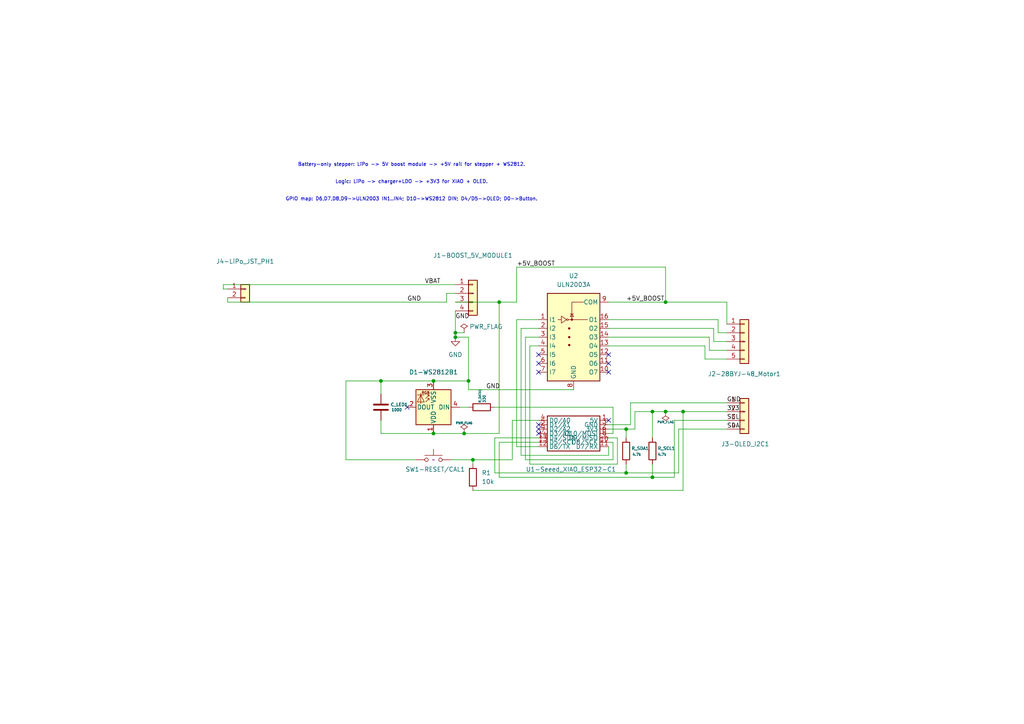
<source format=kicad_sch>
(kicad_sch
	(version 20250114)
	(generator "eeschema")
	(generator_version "9.0")
	(uuid "dc1f8cc5-e38a-4107-b830-d390c5b0be17")
	(paper "A4")
	(lib_symbols
		(symbol "AcousticDosimeter:Seeed_XIAO_ESP32C3"
			(exclude_from_sim no)
			(in_bom yes)
			(on_board yes)
			(property "Reference" "U1-Seeed_XIAO_ESP32-C3"
				(at 0.762 -7.366 0)
				(effects
					(font
						(size 1.27 1.27)
					)
				)
			)
			(property "Value" "Seeed_XIAO_ESP32-C3"
				(at 0 -17 0)
				(effects
					(font
						(size 1.27 1.27)
					)
					(hide yes)
				)
			)
			(property "Footprint" ""
				(at 0 0 0)
				(effects
					(font
						(size 1.27 1.27)
					)
				)
			)
			(property "Datasheet" "https://wiki.seeedstudio.com/XIAO_ESP32C3_Getting_Started/"
				(at 0 0 0)
				(effects
					(font
						(size 1.27 1.27)
					)
					(hide yes)
				)
			)
			(property "Description" ""
				(at 0 0 0)
				(effects
					(font
						(size 1.27 1.27)
					)
				)
			)
			(symbol "Seeed_XIAO_ESP32C3_0_0"
				(rectangle
					(start -7.62 5.08)
					(end 7.62 -5.08)
					(stroke
						(width 0.254)
						(type default)
					)
					(fill
						(type none)
					)
				)
				(pin bidirectional line
					(at -10.16 3.81 0)
					(length 2.54)
					(name "D0/A0"
						(effects
							(font
								(size 1.27 1.27)
							)
						)
					)
					(number "4"
						(effects
							(font
								(size 1.27 1.27)
							)
						)
					)
				)
				(pin bidirectional line
					(at -10.16 2.54 0)
					(length 2.54)
					(name "D1/A1"
						(effects
							(font
								(size 1.27 1.27)
							)
						)
					)
					(number "5"
						(effects
							(font
								(size 1.27 1.27)
							)
						)
					)
				)
				(pin bidirectional line
					(at -10.16 1.27 0)
					(length 2.54)
					(name "D2/A2"
						(effects
							(font
								(size 1.27 1.27)
							)
						)
					)
					(number "6"
						(effects
							(font
								(size 1.27 1.27)
							)
						)
					)
				)
				(pin bidirectional line
					(at -10.16 0 0)
					(length 2.54)
					(name "D3/A3"
						(effects
							(font
								(size 1.27 1.27)
							)
						)
					)
					(number "7"
						(effects
							(font
								(size 1.27 1.27)
							)
						)
					)
				)
				(pin bidirectional line
					(at -10.16 -1.27 0)
					(length 2.54)
					(name "D4/SDA"
						(effects
							(font
								(size 1.27 1.27)
							)
						)
					)
					(number "14"
						(effects
							(font
								(size 1.27 1.27)
							)
						)
					)
				)
				(pin bidirectional line
					(at -10.16 -2.54 0)
					(length 2.54)
					(name "D5/SCL"
						(effects
							(font
								(size 1.27 1.27)
							)
						)
					)
					(number "13"
						(effects
							(font
								(size 1.27 1.27)
							)
						)
					)
				)
				(pin power_in line
					(at 10.16 3.81 180)
					(length 2.54)
					(name "5V"
						(effects
							(font
								(size 1.27 1.27)
							)
						)
					)
					(number "1"
						(effects
							(font
								(size 1.27 1.27)
							)
						)
					)
				)
				(pin power_in line
					(at 10.16 2.54 180)
					(length 2.54)
					(name "GND"
						(effects
							(font
								(size 1.27 1.27)
							)
						)
					)
					(number "3"
						(effects
							(font
								(size 1.27 1.27)
							)
						)
					)
				)
				(pin power_in line
					(at 10.16 1.27 180)
					(length 2.54)
					(name "3V3"
						(effects
							(font
								(size 1.27 1.27)
							)
						)
					)
					(number "2"
						(effects
							(font
								(size 1.27 1.27)
							)
						)
					)
				)
				(pin bidirectional line
					(at 10.16 -2.54 180)
					(length 2.54)
					(name "D8/SCK"
						(effects
							(font
								(size 1.27 1.27)
							)
						)
					)
					(number "10"
						(effects
							(font
								(size 1.27 1.27)
							)
						)
					)
				)
			)
			(symbol "Seeed_XIAO_ESP32C3_1_0"
				(pin bidirectional line
					(at -10.16 -3.81 0)
					(length 2.54)
					(name "D6/TX"
						(effects
							(font
								(size 1.27 1.27)
							)
						)
					)
					(number "12"
						(effects
							(font
								(size 1.27 1.27)
							)
						)
					)
				)
				(pin bidirectional line
					(at 10.16 0 180)
					(length 2.54)
					(name "D10/MOSI"
						(effects
							(font
								(size 1.27 1.27)
							)
						)
					)
					(number "8"
						(effects
							(font
								(size 1.27 1.27)
							)
						)
					)
				)
				(pin bidirectional line
					(at 10.16 -1.27 180)
					(length 2.54)
					(name "D9/MISO"
						(effects
							(font
								(size 1.27 1.27)
							)
						)
					)
					(number "9"
						(effects
							(font
								(size 1.27 1.27)
							)
						)
					)
				)
				(pin bidirectional line
					(at 10.16 -3.81 180)
					(length 2.54)
					(name "D7/RX"
						(effects
							(font
								(size 1.27 1.27)
							)
						)
					)
					(number "11"
						(effects
							(font
								(size 1.27 1.27)
							)
						)
					)
				)
			)
			(embedded_fonts no)
		)
		(symbol "Connector_Generic:Conn_01x02"
			(pin_names
				(offset 1.016)
				(hide yes)
			)
			(exclude_from_sim no)
			(in_bom yes)
			(on_board yes)
			(property "Reference" "J"
				(at 0 2.54 0)
				(effects
					(font
						(size 1.27 1.27)
					)
				)
			)
			(property "Value" "Conn_01x02"
				(at 0 -5.08 0)
				(effects
					(font
						(size 1.27 1.27)
					)
				)
			)
			(property "Footprint" ""
				(at 0 0 0)
				(effects
					(font
						(size 1.27 1.27)
					)
					(hide yes)
				)
			)
			(property "Datasheet" "~"
				(at 0 0 0)
				(effects
					(font
						(size 1.27 1.27)
					)
					(hide yes)
				)
			)
			(property "Description" "Generic connector, single row, 01x02, script generated (kicad-library-utils/schlib/autogen/connector/)"
				(at 0 0 0)
				(effects
					(font
						(size 1.27 1.27)
					)
					(hide yes)
				)
			)
			(property "ki_keywords" "connector"
				(at 0 0 0)
				(effects
					(font
						(size 1.27 1.27)
					)
					(hide yes)
				)
			)
			(property "ki_fp_filters" "Connector*:*_1x??_*"
				(at 0 0 0)
				(effects
					(font
						(size 1.27 1.27)
					)
					(hide yes)
				)
			)
			(symbol "Conn_01x02_1_1"
				(rectangle
					(start -1.27 1.27)
					(end 1.27 -3.81)
					(stroke
						(width 0.254)
						(type default)
					)
					(fill
						(type background)
					)
				)
				(rectangle
					(start -1.27 0.127)
					(end 0 -0.127)
					(stroke
						(width 0.1524)
						(type default)
					)
					(fill
						(type none)
					)
				)
				(rectangle
					(start -1.27 -2.413)
					(end 0 -2.667)
					(stroke
						(width 0.1524)
						(type default)
					)
					(fill
						(type none)
					)
				)
				(pin passive line
					(at -5.08 0 0)
					(length 3.81)
					(name "Pin_1"
						(effects
							(font
								(size 1.27 1.27)
							)
						)
					)
					(number "1"
						(effects
							(font
								(size 1.27 1.27)
							)
						)
					)
				)
				(pin passive line
					(at -5.08 -2.54 0)
					(length 3.81)
					(name "Pin_2"
						(effects
							(font
								(size 1.27 1.27)
							)
						)
					)
					(number "2"
						(effects
							(font
								(size 1.27 1.27)
							)
						)
					)
				)
			)
			(embedded_fonts no)
		)
		(symbol "Connector_Generic:Conn_01x04"
			(pin_names
				(offset 1.016)
				(hide yes)
			)
			(exclude_from_sim no)
			(in_bom yes)
			(on_board yes)
			(property "Reference" "J"
				(at 0 5.08 0)
				(effects
					(font
						(size 1.27 1.27)
					)
				)
			)
			(property "Value" "Conn_01x04"
				(at 0 -7.62 0)
				(effects
					(font
						(size 1.27 1.27)
					)
				)
			)
			(property "Footprint" ""
				(at 0 0 0)
				(effects
					(font
						(size 1.27 1.27)
					)
					(hide yes)
				)
			)
			(property "Datasheet" "~"
				(at 0 0 0)
				(effects
					(font
						(size 1.27 1.27)
					)
					(hide yes)
				)
			)
			(property "Description" "Generic connector, single row, 01x04, script generated (kicad-library-utils/schlib/autogen/connector/)"
				(at 0 0 0)
				(effects
					(font
						(size 1.27 1.27)
					)
					(hide yes)
				)
			)
			(property "ki_keywords" "connector"
				(at 0 0 0)
				(effects
					(font
						(size 1.27 1.27)
					)
					(hide yes)
				)
			)
			(property "ki_fp_filters" "Connector*:*_1x??_*"
				(at 0 0 0)
				(effects
					(font
						(size 1.27 1.27)
					)
					(hide yes)
				)
			)
			(symbol "Conn_01x04_1_1"
				(rectangle
					(start -1.27 3.81)
					(end 1.27 -6.35)
					(stroke
						(width 0.254)
						(type default)
					)
					(fill
						(type background)
					)
				)
				(rectangle
					(start -1.27 2.667)
					(end 0 2.413)
					(stroke
						(width 0.1524)
						(type default)
					)
					(fill
						(type none)
					)
				)
				(rectangle
					(start -1.27 0.127)
					(end 0 -0.127)
					(stroke
						(width 0.1524)
						(type default)
					)
					(fill
						(type none)
					)
				)
				(rectangle
					(start -1.27 -2.413)
					(end 0 -2.667)
					(stroke
						(width 0.1524)
						(type default)
					)
					(fill
						(type none)
					)
				)
				(rectangle
					(start -1.27 -4.953)
					(end 0 -5.207)
					(stroke
						(width 0.1524)
						(type default)
					)
					(fill
						(type none)
					)
				)
				(pin passive line
					(at -5.08 2.54 0)
					(length 3.81)
					(name "Pin_1"
						(effects
							(font
								(size 1.27 1.27)
							)
						)
					)
					(number "1"
						(effects
							(font
								(size 1.27 1.27)
							)
						)
					)
				)
				(pin passive line
					(at -5.08 0 0)
					(length 3.81)
					(name "Pin_2"
						(effects
							(font
								(size 1.27 1.27)
							)
						)
					)
					(number "2"
						(effects
							(font
								(size 1.27 1.27)
							)
						)
					)
				)
				(pin passive line
					(at -5.08 -2.54 0)
					(length 3.81)
					(name "Pin_3"
						(effects
							(font
								(size 1.27 1.27)
							)
						)
					)
					(number "3"
						(effects
							(font
								(size 1.27 1.27)
							)
						)
					)
				)
				(pin passive line
					(at -5.08 -5.08 0)
					(length 3.81)
					(name "Pin_4"
						(effects
							(font
								(size 1.27 1.27)
							)
						)
					)
					(number "4"
						(effects
							(font
								(size 1.27 1.27)
							)
						)
					)
				)
			)
			(embedded_fonts no)
		)
		(symbol "Connector_Generic:Conn_01x05"
			(pin_names
				(offset 1.016)
				(hide yes)
			)
			(exclude_from_sim no)
			(in_bom yes)
			(on_board yes)
			(property "Reference" "J"
				(at 0 7.62 0)
				(effects
					(font
						(size 1.27 1.27)
					)
				)
			)
			(property "Value" "Conn_01x05"
				(at 0 -7.62 0)
				(effects
					(font
						(size 1.27 1.27)
					)
				)
			)
			(property "Footprint" ""
				(at 0 0 0)
				(effects
					(font
						(size 1.27 1.27)
					)
					(hide yes)
				)
			)
			(property "Datasheet" "~"
				(at 0 0 0)
				(effects
					(font
						(size 1.27 1.27)
					)
					(hide yes)
				)
			)
			(property "Description" "Generic connector, single row, 01x05, script generated (kicad-library-utils/schlib/autogen/connector/)"
				(at 0 0 0)
				(effects
					(font
						(size 1.27 1.27)
					)
					(hide yes)
				)
			)
			(property "ki_keywords" "connector"
				(at 0 0 0)
				(effects
					(font
						(size 1.27 1.27)
					)
					(hide yes)
				)
			)
			(property "ki_fp_filters" "Connector*:*_1x??_*"
				(at 0 0 0)
				(effects
					(font
						(size 1.27 1.27)
					)
					(hide yes)
				)
			)
			(symbol "Conn_01x05_1_1"
				(rectangle
					(start -1.27 6.35)
					(end 1.27 -6.35)
					(stroke
						(width 0.254)
						(type default)
					)
					(fill
						(type background)
					)
				)
				(rectangle
					(start -1.27 5.207)
					(end 0 4.953)
					(stroke
						(width 0.1524)
						(type default)
					)
					(fill
						(type none)
					)
				)
				(rectangle
					(start -1.27 2.667)
					(end 0 2.413)
					(stroke
						(width 0.1524)
						(type default)
					)
					(fill
						(type none)
					)
				)
				(rectangle
					(start -1.27 0.127)
					(end 0 -0.127)
					(stroke
						(width 0.1524)
						(type default)
					)
					(fill
						(type none)
					)
				)
				(rectangle
					(start -1.27 -2.413)
					(end 0 -2.667)
					(stroke
						(width 0.1524)
						(type default)
					)
					(fill
						(type none)
					)
				)
				(rectangle
					(start -1.27 -4.953)
					(end 0 -5.207)
					(stroke
						(width 0.1524)
						(type default)
					)
					(fill
						(type none)
					)
				)
				(pin passive line
					(at -5.08 5.08 0)
					(length 3.81)
					(name "Pin_1"
						(effects
							(font
								(size 1.27 1.27)
							)
						)
					)
					(number "1"
						(effects
							(font
								(size 1.27 1.27)
							)
						)
					)
				)
				(pin passive line
					(at -5.08 2.54 0)
					(length 3.81)
					(name "Pin_2"
						(effects
							(font
								(size 1.27 1.27)
							)
						)
					)
					(number "2"
						(effects
							(font
								(size 1.27 1.27)
							)
						)
					)
				)
				(pin passive line
					(at -5.08 0 0)
					(length 3.81)
					(name "Pin_3"
						(effects
							(font
								(size 1.27 1.27)
							)
						)
					)
					(number "3"
						(effects
							(font
								(size 1.27 1.27)
							)
						)
					)
				)
				(pin passive line
					(at -5.08 -2.54 0)
					(length 3.81)
					(name "Pin_4"
						(effects
							(font
								(size 1.27 1.27)
							)
						)
					)
					(number "4"
						(effects
							(font
								(size 1.27 1.27)
							)
						)
					)
				)
				(pin passive line
					(at -5.08 -5.08 0)
					(length 3.81)
					(name "Pin_5"
						(effects
							(font
								(size 1.27 1.27)
							)
						)
					)
					(number "5"
						(effects
							(font
								(size 1.27 1.27)
							)
						)
					)
				)
			)
			(embedded_fonts no)
		)
		(symbol "Device:C"
			(pin_numbers
				(hide yes)
			)
			(pin_names
				(offset 0.254)
			)
			(exclude_from_sim no)
			(in_bom yes)
			(on_board yes)
			(property "Reference" "C"
				(at 0.635 2.54 0)
				(effects
					(font
						(size 1.27 1.27)
					)
					(justify left)
				)
			)
			(property "Value" "C"
				(at 0.635 -2.54 0)
				(effects
					(font
						(size 1.27 1.27)
					)
					(justify left)
				)
			)
			(property "Footprint" ""
				(at 0.9652 -3.81 0)
				(effects
					(font
						(size 1.27 1.27)
					)
					(hide yes)
				)
			)
			(property "Datasheet" "~"
				(at 0 0 0)
				(effects
					(font
						(size 1.27 1.27)
					)
					(hide yes)
				)
			)
			(property "Description" "Unpolarized capacitor"
				(at 0 0 0)
				(effects
					(font
						(size 1.27 1.27)
					)
					(hide yes)
				)
			)
			(property "ki_keywords" "cap capacitor"
				(at 0 0 0)
				(effects
					(font
						(size 1.27 1.27)
					)
					(hide yes)
				)
			)
			(property "ki_fp_filters" "C_*"
				(at 0 0 0)
				(effects
					(font
						(size 1.27 1.27)
					)
					(hide yes)
				)
			)
			(symbol "C_0_1"
				(polyline
					(pts
						(xy -2.032 0.762) (xy 2.032 0.762)
					)
					(stroke
						(width 0.508)
						(type default)
					)
					(fill
						(type none)
					)
				)
				(polyline
					(pts
						(xy -2.032 -0.762) (xy 2.032 -0.762)
					)
					(stroke
						(width 0.508)
						(type default)
					)
					(fill
						(type none)
					)
				)
			)
			(symbol "C_1_1"
				(pin passive line
					(at 0 3.81 270)
					(length 2.794)
					(name "~"
						(effects
							(font
								(size 1.27 1.27)
							)
						)
					)
					(number "1"
						(effects
							(font
								(size 1.27 1.27)
							)
						)
					)
				)
				(pin passive line
					(at 0 -3.81 90)
					(length 2.794)
					(name "~"
						(effects
							(font
								(size 1.27 1.27)
							)
						)
					)
					(number "2"
						(effects
							(font
								(size 1.27 1.27)
							)
						)
					)
				)
			)
			(embedded_fonts no)
		)
		(symbol "Device:R"
			(pin_numbers
				(hide yes)
			)
			(pin_names
				(offset 0)
			)
			(exclude_from_sim no)
			(in_bom yes)
			(on_board yes)
			(property "Reference" "R"
				(at 2.032 0 90)
				(effects
					(font
						(size 1.27 1.27)
					)
				)
			)
			(property "Value" "R"
				(at 0 0 90)
				(effects
					(font
						(size 1.27 1.27)
					)
				)
			)
			(property "Footprint" ""
				(at -1.778 0 90)
				(effects
					(font
						(size 1.27 1.27)
					)
					(hide yes)
				)
			)
			(property "Datasheet" "~"
				(at 0 0 0)
				(effects
					(font
						(size 1.27 1.27)
					)
					(hide yes)
				)
			)
			(property "Description" "Resistor"
				(at 0 0 0)
				(effects
					(font
						(size 1.27 1.27)
					)
					(hide yes)
				)
			)
			(property "ki_keywords" "R res resistor"
				(at 0 0 0)
				(effects
					(font
						(size 1.27 1.27)
					)
					(hide yes)
				)
			)
			(property "ki_fp_filters" "R_*"
				(at 0 0 0)
				(effects
					(font
						(size 1.27 1.27)
					)
					(hide yes)
				)
			)
			(symbol "R_0_1"
				(rectangle
					(start -1.016 -2.54)
					(end 1.016 2.54)
					(stroke
						(width 0.254)
						(type default)
					)
					(fill
						(type none)
					)
				)
			)
			(symbol "R_1_1"
				(pin passive line
					(at 0 3.81 270)
					(length 1.27)
					(name "~"
						(effects
							(font
								(size 1.27 1.27)
							)
						)
					)
					(number "1"
						(effects
							(font
								(size 1.27 1.27)
							)
						)
					)
				)
				(pin passive line
					(at 0 -3.81 90)
					(length 1.27)
					(name "~"
						(effects
							(font
								(size 1.27 1.27)
							)
						)
					)
					(number "2"
						(effects
							(font
								(size 1.27 1.27)
							)
						)
					)
				)
			)
			(embedded_fonts no)
		)
		(symbol "LED:WS2812B"
			(pin_names
				(offset 0.254)
			)
			(exclude_from_sim no)
			(in_bom yes)
			(on_board yes)
			(property "Reference" "D"
				(at 5.08 5.715 0)
				(effects
					(font
						(size 1.27 1.27)
					)
					(justify right bottom)
				)
			)
			(property "Value" "WS2812B"
				(at 1.27 -5.715 0)
				(effects
					(font
						(size 1.27 1.27)
					)
					(justify left top)
				)
			)
			(property "Footprint" "LED_SMD:LED_WS2812B_PLCC4_5.0x5.0mm_P3.2mm"
				(at 1.27 -7.62 0)
				(effects
					(font
						(size 1.27 1.27)
					)
					(justify left top)
					(hide yes)
				)
			)
			(property "Datasheet" "https://cdn-shop.adafruit.com/datasheets/WS2812B.pdf"
				(at 2.54 -9.525 0)
				(effects
					(font
						(size 1.27 1.27)
					)
					(justify left top)
					(hide yes)
				)
			)
			(property "Description" "RGB LED with integrated controller"
				(at 0 0 0)
				(effects
					(font
						(size 1.27 1.27)
					)
					(hide yes)
				)
			)
			(property "ki_keywords" "RGB LED NeoPixel addressable"
				(at 0 0 0)
				(effects
					(font
						(size 1.27 1.27)
					)
					(hide yes)
				)
			)
			(property "ki_fp_filters" "LED*WS2812*PLCC*5.0x5.0mm*P3.2mm*"
				(at 0 0 0)
				(effects
					(font
						(size 1.27 1.27)
					)
					(hide yes)
				)
			)
			(symbol "WS2812B_0_0"
				(text "RGB"
					(at 2.286 -4.191 0)
					(effects
						(font
							(size 0.762 0.762)
						)
					)
				)
			)
			(symbol "WS2812B_0_1"
				(polyline
					(pts
						(xy 1.27 -2.54) (xy 1.778 -2.54)
					)
					(stroke
						(width 0)
						(type default)
					)
					(fill
						(type none)
					)
				)
				(polyline
					(pts
						(xy 1.27 -3.556) (xy 1.778 -3.556)
					)
					(stroke
						(width 0)
						(type default)
					)
					(fill
						(type none)
					)
				)
				(polyline
					(pts
						(xy 2.286 -1.524) (xy 1.27 -2.54) (xy 1.27 -2.032)
					)
					(stroke
						(width 0)
						(type default)
					)
					(fill
						(type none)
					)
				)
				(polyline
					(pts
						(xy 2.286 -2.54) (xy 1.27 -3.556) (xy 1.27 -3.048)
					)
					(stroke
						(width 0)
						(type default)
					)
					(fill
						(type none)
					)
				)
				(polyline
					(pts
						(xy 3.683 -1.016) (xy 3.683 -3.556) (xy 3.683 -4.064)
					)
					(stroke
						(width 0)
						(type default)
					)
					(fill
						(type none)
					)
				)
				(polyline
					(pts
						(xy 4.699 -1.524) (xy 2.667 -1.524) (xy 3.683 -3.556) (xy 4.699 -1.524)
					)
					(stroke
						(width 0)
						(type default)
					)
					(fill
						(type none)
					)
				)
				(polyline
					(pts
						(xy 4.699 -3.556) (xy 2.667 -3.556)
					)
					(stroke
						(width 0)
						(type default)
					)
					(fill
						(type none)
					)
				)
				(rectangle
					(start 5.08 5.08)
					(end -5.08 -5.08)
					(stroke
						(width 0.254)
						(type default)
					)
					(fill
						(type background)
					)
				)
			)
			(symbol "WS2812B_1_1"
				(pin input line
					(at -7.62 0 0)
					(length 2.54)
					(name "DIN"
						(effects
							(font
								(size 1.27 1.27)
							)
						)
					)
					(number "4"
						(effects
							(font
								(size 1.27 1.27)
							)
						)
					)
				)
				(pin power_in line
					(at 0 7.62 270)
					(length 2.54)
					(name "VDD"
						(effects
							(font
								(size 1.27 1.27)
							)
						)
					)
					(number "1"
						(effects
							(font
								(size 1.27 1.27)
							)
						)
					)
				)
				(pin power_in line
					(at 0 -7.62 90)
					(length 2.54)
					(name "VSS"
						(effects
							(font
								(size 1.27 1.27)
							)
						)
					)
					(number "3"
						(effects
							(font
								(size 1.27 1.27)
							)
						)
					)
				)
				(pin output line
					(at 7.62 0 180)
					(length 2.54)
					(name "DOUT"
						(effects
							(font
								(size 1.27 1.27)
							)
						)
					)
					(number "2"
						(effects
							(font
								(size 1.27 1.27)
							)
						)
					)
				)
			)
			(embedded_fonts no)
		)
		(symbol "Switch:SW_Push"
			(pin_numbers
				(hide yes)
			)
			(pin_names
				(offset 1.016)
				(hide yes)
			)
			(exclude_from_sim no)
			(in_bom yes)
			(on_board yes)
			(property "Reference" "SW"
				(at 1.27 2.54 0)
				(effects
					(font
						(size 1.27 1.27)
					)
					(justify left)
				)
			)
			(property "Value" "SW_Push"
				(at 0 -1.524 0)
				(effects
					(font
						(size 1.27 1.27)
					)
				)
			)
			(property "Footprint" ""
				(at 0 5.08 0)
				(effects
					(font
						(size 1.27 1.27)
					)
					(hide yes)
				)
			)
			(property "Datasheet" "~"
				(at 0 5.08 0)
				(effects
					(font
						(size 1.27 1.27)
					)
					(hide yes)
				)
			)
			(property "Description" "Push button switch, generic, two pins"
				(at 0 0 0)
				(effects
					(font
						(size 1.27 1.27)
					)
					(hide yes)
				)
			)
			(property "ki_keywords" "switch normally-open pushbutton push-button"
				(at 0 0 0)
				(effects
					(font
						(size 1.27 1.27)
					)
					(hide yes)
				)
			)
			(symbol "SW_Push_0_1"
				(circle
					(center -2.032 0)
					(radius 0.508)
					(stroke
						(width 0)
						(type default)
					)
					(fill
						(type none)
					)
				)
				(polyline
					(pts
						(xy 0 1.27) (xy 0 3.048)
					)
					(stroke
						(width 0)
						(type default)
					)
					(fill
						(type none)
					)
				)
				(circle
					(center 2.032 0)
					(radius 0.508)
					(stroke
						(width 0)
						(type default)
					)
					(fill
						(type none)
					)
				)
				(polyline
					(pts
						(xy 2.54 1.27) (xy -2.54 1.27)
					)
					(stroke
						(width 0)
						(type default)
					)
					(fill
						(type none)
					)
				)
				(pin passive line
					(at -5.08 0 0)
					(length 2.54)
					(name "1"
						(effects
							(font
								(size 1.27 1.27)
							)
						)
					)
					(number "1"
						(effects
							(font
								(size 1.27 1.27)
							)
						)
					)
				)
				(pin passive line
					(at 5.08 0 180)
					(length 2.54)
					(name "2"
						(effects
							(font
								(size 1.27 1.27)
							)
						)
					)
					(number "2"
						(effects
							(font
								(size 1.27 1.27)
							)
						)
					)
				)
			)
			(embedded_fonts no)
		)
		(symbol "Transistor_Array:ULN2003A"
			(exclude_from_sim no)
			(in_bom yes)
			(on_board yes)
			(property "Reference" "U"
				(at 0 15.875 0)
				(effects
					(font
						(size 1.27 1.27)
					)
				)
			)
			(property "Value" "ULN2003A"
				(at 0 13.97 0)
				(effects
					(font
						(size 1.27 1.27)
					)
				)
			)
			(property "Footprint" ""
				(at 1.27 -13.97 0)
				(effects
					(font
						(size 1.27 1.27)
					)
					(justify left)
					(hide yes)
				)
			)
			(property "Datasheet" "http://www.ti.com/lit/ds/symlink/uln2003a.pdf"
				(at 2.54 -5.08 0)
				(effects
					(font
						(size 1.27 1.27)
					)
					(hide yes)
				)
			)
			(property "Description" "High Voltage, High Current Darlington Transistor Arrays, SOIC16/SOIC16W/DIP16/TSSOP16"
				(at 0 0 0)
				(effects
					(font
						(size 1.27 1.27)
					)
					(hide yes)
				)
			)
			(property "ki_keywords" "darlington transistor array"
				(at 0 0 0)
				(effects
					(font
						(size 1.27 1.27)
					)
					(hide yes)
				)
			)
			(property "ki_fp_filters" "DIP*W7.62mm* SOIC*3.9x9.9mm*P1.27mm* SSOP*4.4x5.2mm*P0.65mm* TSSOP*4.4x5mm*P0.65mm* SOIC*W*5.3x10.2mm*P1.27mm*"
				(at 0 0 0)
				(effects
					(font
						(size 1.27 1.27)
					)
					(hide yes)
				)
			)
			(symbol "ULN2003A_0_1"
				(rectangle
					(start -7.62 -12.7)
					(end 7.62 12.7)
					(stroke
						(width 0.254)
						(type default)
					)
					(fill
						(type background)
					)
				)
				(polyline
					(pts
						(xy -4.572 5.08) (xy -3.556 5.08)
					)
					(stroke
						(width 0)
						(type default)
					)
					(fill
						(type none)
					)
				)
				(polyline
					(pts
						(xy -3.556 6.096) (xy -3.556 4.064) (xy -2.032 5.08) (xy -3.556 6.096)
					)
					(stroke
						(width 0)
						(type default)
					)
					(fill
						(type none)
					)
				)
				(circle
					(center -1.778 5.08)
					(radius 0.254)
					(stroke
						(width 0)
						(type default)
					)
					(fill
						(type none)
					)
				)
				(polyline
					(pts
						(xy -1.524 5.08) (xy 4.064 5.08)
					)
					(stroke
						(width 0)
						(type default)
					)
					(fill
						(type none)
					)
				)
				(circle
					(center -1.27 2.54)
					(radius 0.254)
					(stroke
						(width 0)
						(type default)
					)
					(fill
						(type outline)
					)
				)
				(circle
					(center -1.27 0)
					(radius 0.254)
					(stroke
						(width 0)
						(type default)
					)
					(fill
						(type outline)
					)
				)
				(circle
					(center -1.27 -2.286)
					(radius 0.254)
					(stroke
						(width 0)
						(type default)
					)
					(fill
						(type outline)
					)
				)
				(circle
					(center -0.508 5.08)
					(radius 0.254)
					(stroke
						(width 0)
						(type default)
					)
					(fill
						(type outline)
					)
				)
				(polyline
					(pts
						(xy -0.508 5.08) (xy -0.508 10.16) (xy 2.921 10.16)
					)
					(stroke
						(width 0)
						(type default)
					)
					(fill
						(type none)
					)
				)
				(polyline
					(pts
						(xy 0 6.731) (xy -1.016 6.731)
					)
					(stroke
						(width 0)
						(type default)
					)
					(fill
						(type none)
					)
				)
				(polyline
					(pts
						(xy 0 5.969) (xy -1.016 5.969) (xy -0.508 6.731) (xy 0 5.969)
					)
					(stroke
						(width 0)
						(type default)
					)
					(fill
						(type none)
					)
				)
			)
			(symbol "ULN2003A_1_1"
				(pin input line
					(at -10.16 5.08 0)
					(length 2.54)
					(name "I1"
						(effects
							(font
								(size 1.27 1.27)
							)
						)
					)
					(number "1"
						(effects
							(font
								(size 1.27 1.27)
							)
						)
					)
				)
				(pin input line
					(at -10.16 2.54 0)
					(length 2.54)
					(name "I2"
						(effects
							(font
								(size 1.27 1.27)
							)
						)
					)
					(number "2"
						(effects
							(font
								(size 1.27 1.27)
							)
						)
					)
				)
				(pin input line
					(at -10.16 0 0)
					(length 2.54)
					(name "I3"
						(effects
							(font
								(size 1.27 1.27)
							)
						)
					)
					(number "3"
						(effects
							(font
								(size 1.27 1.27)
							)
						)
					)
				)
				(pin input line
					(at -10.16 -2.54 0)
					(length 2.54)
					(name "I4"
						(effects
							(font
								(size 1.27 1.27)
							)
						)
					)
					(number "4"
						(effects
							(font
								(size 1.27 1.27)
							)
						)
					)
				)
				(pin input line
					(at -10.16 -5.08 0)
					(length 2.54)
					(name "I5"
						(effects
							(font
								(size 1.27 1.27)
							)
						)
					)
					(number "5"
						(effects
							(font
								(size 1.27 1.27)
							)
						)
					)
				)
				(pin input line
					(at -10.16 -7.62 0)
					(length 2.54)
					(name "I6"
						(effects
							(font
								(size 1.27 1.27)
							)
						)
					)
					(number "6"
						(effects
							(font
								(size 1.27 1.27)
							)
						)
					)
				)
				(pin input line
					(at -10.16 -10.16 0)
					(length 2.54)
					(name "I7"
						(effects
							(font
								(size 1.27 1.27)
							)
						)
					)
					(number "7"
						(effects
							(font
								(size 1.27 1.27)
							)
						)
					)
				)
				(pin power_in line
					(at 0 -15.24 90)
					(length 2.54)
					(name "GND"
						(effects
							(font
								(size 1.27 1.27)
							)
						)
					)
					(number "8"
						(effects
							(font
								(size 1.27 1.27)
							)
						)
					)
				)
				(pin passive line
					(at 10.16 10.16 180)
					(length 2.54)
					(name "COM"
						(effects
							(font
								(size 1.27 1.27)
							)
						)
					)
					(number "9"
						(effects
							(font
								(size 1.27 1.27)
							)
						)
					)
				)
				(pin open_collector line
					(at 10.16 5.08 180)
					(length 2.54)
					(name "O1"
						(effects
							(font
								(size 1.27 1.27)
							)
						)
					)
					(number "16"
						(effects
							(font
								(size 1.27 1.27)
							)
						)
					)
				)
				(pin open_collector line
					(at 10.16 2.54 180)
					(length 2.54)
					(name "O2"
						(effects
							(font
								(size 1.27 1.27)
							)
						)
					)
					(number "15"
						(effects
							(font
								(size 1.27 1.27)
							)
						)
					)
				)
				(pin open_collector line
					(at 10.16 0 180)
					(length 2.54)
					(name "O3"
						(effects
							(font
								(size 1.27 1.27)
							)
						)
					)
					(number "14"
						(effects
							(font
								(size 1.27 1.27)
							)
						)
					)
				)
				(pin open_collector line
					(at 10.16 -2.54 180)
					(length 2.54)
					(name "O4"
						(effects
							(font
								(size 1.27 1.27)
							)
						)
					)
					(number "13"
						(effects
							(font
								(size 1.27 1.27)
							)
						)
					)
				)
				(pin open_collector line
					(at 10.16 -5.08 180)
					(length 2.54)
					(name "O5"
						(effects
							(font
								(size 1.27 1.27)
							)
						)
					)
					(number "12"
						(effects
							(font
								(size 1.27 1.27)
							)
						)
					)
				)
				(pin open_collector line
					(at 10.16 -7.62 180)
					(length 2.54)
					(name "O6"
						(effects
							(font
								(size 1.27 1.27)
							)
						)
					)
					(number "11"
						(effects
							(font
								(size 1.27 1.27)
							)
						)
					)
				)
				(pin open_collector line
					(at 10.16 -10.16 180)
					(length 2.54)
					(name "O7"
						(effects
							(font
								(size 1.27 1.27)
							)
						)
					)
					(number "10"
						(effects
							(font
								(size 1.27 1.27)
							)
						)
					)
				)
			)
			(embedded_fonts no)
		)
		(symbol "power:GND"
			(power)
			(pin_numbers
				(hide yes)
			)
			(pin_names
				(offset 0)
				(hide yes)
			)
			(exclude_from_sim no)
			(in_bom yes)
			(on_board yes)
			(property "Reference" "#PWR"
				(at 0 -6.35 0)
				(effects
					(font
						(size 1.27 1.27)
					)
					(hide yes)
				)
			)
			(property "Value" "GND"
				(at 0 -3.81 0)
				(effects
					(font
						(size 1.27 1.27)
					)
				)
			)
			(property "Footprint" ""
				(at 0 0 0)
				(effects
					(font
						(size 1.27 1.27)
					)
					(hide yes)
				)
			)
			(property "Datasheet" ""
				(at 0 0 0)
				(effects
					(font
						(size 1.27 1.27)
					)
					(hide yes)
				)
			)
			(property "Description" "Power symbol creates a global label with name \"GND\" , ground"
				(at 0 0 0)
				(effects
					(font
						(size 1.27 1.27)
					)
					(hide yes)
				)
			)
			(property "ki_keywords" "global power"
				(at 0 0 0)
				(effects
					(font
						(size 1.27 1.27)
					)
					(hide yes)
				)
			)
			(symbol "GND_0_1"
				(polyline
					(pts
						(xy 0 0) (xy 0 -1.27) (xy 1.27 -1.27) (xy 0 -2.54) (xy -1.27 -1.27) (xy 0 -1.27)
					)
					(stroke
						(width 0)
						(type default)
					)
					(fill
						(type none)
					)
				)
			)
			(symbol "GND_1_1"
				(pin power_in line
					(at 0 0 270)
					(length 0)
					(name "~"
						(effects
							(font
								(size 1.27 1.27)
							)
						)
					)
					(number "1"
						(effects
							(font
								(size 1.27 1.27)
							)
						)
					)
				)
			)
			(embedded_fonts no)
		)
		(symbol "power:PWR_FLAG"
			(power)
			(pin_numbers
				(hide yes)
			)
			(pin_names
				(offset 0)
				(hide yes)
			)
			(exclude_from_sim no)
			(in_bom yes)
			(on_board yes)
			(property "Reference" "#FLG"
				(at 0 1.905 0)
				(effects
					(font
						(size 1.27 1.27)
					)
					(hide yes)
				)
			)
			(property "Value" "PWR_FLAG"
				(at 0 3.81 0)
				(effects
					(font
						(size 1.27 1.27)
					)
				)
			)
			(property "Footprint" ""
				(at 0 0 0)
				(effects
					(font
						(size 1.27 1.27)
					)
					(hide yes)
				)
			)
			(property "Datasheet" "~"
				(at 0 0 0)
				(effects
					(font
						(size 1.27 1.27)
					)
					(hide yes)
				)
			)
			(property "Description" "Special symbol for telling ERC where power comes from"
				(at 0 0 0)
				(effects
					(font
						(size 1.27 1.27)
					)
					(hide yes)
				)
			)
			(property "ki_keywords" "flag power"
				(at 0 0 0)
				(effects
					(font
						(size 1.27 1.27)
					)
					(hide yes)
				)
			)
			(symbol "PWR_FLAG_0_0"
				(pin power_out line
					(at 0 0 90)
					(length 0)
					(name "~"
						(effects
							(font
								(size 1.27 1.27)
							)
						)
					)
					(number "1"
						(effects
							(font
								(size 1.27 1.27)
							)
						)
					)
				)
			)
			(symbol "PWR_FLAG_0_1"
				(polyline
					(pts
						(xy 0 0) (xy 0 1.27) (xy -1.016 1.905) (xy 0 2.54) (xy 1.016 1.905) (xy 0 1.27)
					)
					(stroke
						(width 0)
						(type default)
					)
					(fill
						(type none)
					)
				)
			)
			(embedded_fonts no)
		)
	)
	(text "GPIO map: D6,D7,D8,D9->ULN2003 IN1..IN4; D10->WS2812 DIN; D4/D5->OLED; D0->Button."
		(exclude_from_sim no)
		(at 119.38 57.832 0)
		(effects
			(font
				(size 1 1)
			)
		)
		(uuid "6ce949f6-3ff5-4673-879d-dfa6b6ea67b3")
	)
	(text "Battery-only stepper: LiPo -> 5V boost module -> +5V rail for stepper + WS2812."
		(exclude_from_sim no)
		(at 119.38 47.832 0)
		(effects
			(font
				(size 1 1)
			)
		)
		(uuid "98f7fb2d-6870-4c5a-b500-eb8950e18b79")
	)
	(text "Logic: LiPo -> charger+LDO -> +3V3 for XIAO + OLED."
		(exclude_from_sim no)
		(at 119.38 52.832 0)
		(effects
			(font
				(size 1 1)
			)
		)
		(uuid "cfaf27bf-445e-4eeb-adb6-0681f059b369")
	)
	(junction
		(at 181.61 137.16)
		(diameter 0)
		(color 0 0 0 0)
		(uuid "1745982f-3906-42b7-bdac-1bfbb2f236db")
	)
	(junction
		(at 132.08 97.79)
		(diameter 0)
		(color 0 0 0 0)
		(uuid "2913d60b-e1e0-409a-b413-371fa4f4623f")
	)
	(junction
		(at 193.04 119.38)
		(diameter 0)
		(color 0 0 0 0)
		(uuid "554491f3-7a37-43fb-858a-6d1d8ac4c305")
	)
	(junction
		(at 110.49 110.49)
		(diameter 0)
		(color 0 0 0 0)
		(uuid "6593bb23-de5a-4fc5-b70e-935b4c9e93f3")
	)
	(junction
		(at 198.12 119.38)
		(diameter 0)
		(color 0 0 0 0)
		(uuid "6ce799d4-5c1a-4e22-b1fd-a45cdefde425")
	)
	(junction
		(at 125.73 125.73)
		(diameter 0)
		(color 0 0 0 0)
		(uuid "87aeb211-a2cc-4640-8b7c-75b9cc6794da")
	)
	(junction
		(at 135.89 110.49)
		(diameter 0)
		(color 0 0 0 0)
		(uuid "8ccbff08-557c-493b-93b6-36156d505def")
	)
	(junction
		(at 132.08 96.52)
		(diameter 0)
		(color 0 0 0 0)
		(uuid "8eacbdc1-5650-4c80-b686-52ece42ec8ce")
	)
	(junction
		(at 193.04 87.63)
		(diameter 0)
		(color 0 0 0 0)
		(uuid "8f4fec96-9c12-4e02-9c4e-9c1f5330f11d")
	)
	(junction
		(at 137.16 133.35)
		(diameter 0)
		(color 0 0 0 0)
		(uuid "97dec497-c57b-4328-9781-1895913199da")
	)
	(junction
		(at 134.62 125.73)
		(diameter 0)
		(color 0 0 0 0)
		(uuid "b5727507-95de-4501-a1e8-ad3d4a637b30")
	)
	(junction
		(at 144.78 87.63)
		(diameter 0)
		(color 0 0 0 0)
		(uuid "c366cb3a-bc6e-4ae7-8bdb-42ea9f1f0ec1")
	)
	(junction
		(at 125.73 110.49)
		(diameter 0)
		(color 0 0 0 0)
		(uuid "c7a13be4-6b4f-4700-9e09-42724f974f93")
	)
	(junction
		(at 181.61 124.46)
		(diameter 0)
		(color 0 0 0 0)
		(uuid "eca20577-3917-4f72-89f8-3e2648cea542")
	)
	(junction
		(at 189.23 119.38)
		(diameter 0)
		(color 0 0 0 0)
		(uuid "f2a0ef49-4ee1-4fe2-8aa3-d9d0bf8c0a55")
	)
	(junction
		(at 189.23 138.43)
		(diameter 0)
		(color 0 0 0 0)
		(uuid "f357d142-d655-4e18-874a-78979a97960e")
	)
	(no_connect
		(at 176.53 105.41)
		(uuid "0d63db83-94f4-49ae-8e2c-73f0f50b17ec")
	)
	(no_connect
		(at 176.53 107.95)
		(uuid "1b2f936d-cc7d-4ae2-a98e-53cc9755c913")
	)
	(no_connect
		(at 156.21 107.95)
		(uuid "460e17ea-247f-4212-a8aa-c2360197a182")
	)
	(no_connect
		(at 176.53 121.92)
		(uuid "4c5c932a-ac87-42b8-9f7d-4d908d94e534")
	)
	(no_connect
		(at 156.21 102.87)
		(uuid "4e09bfa5-0685-4e86-841f-7299b7ad176b")
	)
	(no_connect
		(at 176.53 102.87)
		(uuid "5d5a3ed1-b32e-4b7c-ba50-3897c064830d")
	)
	(no_connect
		(at 156.21 124.46)
		(uuid "6b272130-3ea8-414d-8b30-2d1e821cb840")
	)
	(no_connect
		(at 156.21 125.73)
		(uuid "72022fc6-05f8-4381-ad33-e91cf29cba26")
	)
	(no_connect
		(at 118.11 118.11)
		(uuid "965671d4-34f2-4a7d-a76f-3b159f11784f")
	)
	(no_connect
		(at 156.21 123.19)
		(uuid "997ac19a-d661-4814-89a4-b1c2e7ac6c2a")
	)
	(no_connect
		(at 156.21 105.41)
		(uuid "b138afb4-353f-46c0-ac57-0bd53e16ccca")
	)
	(wire
		(pts
			(xy 156.21 127) (xy 143.51 127)
		)
		(stroke
			(width 0)
			(type default)
		)
		(uuid "0287af2b-03ab-43bb-83df-19f59ec80590")
	)
	(wire
		(pts
			(xy 144.78 87.63) (xy 149.86 87.63)
		)
		(stroke
			(width 0)
			(type default)
		)
		(uuid "060b7c02-7988-4dad-83a1-e36c060e687d")
	)
	(wire
		(pts
			(xy 100.33 110.49) (xy 100.33 133.35)
		)
		(stroke
			(width 0)
			(type default)
		)
		(uuid "06b4836f-b099-453c-8425-af35e95340a3")
	)
	(wire
		(pts
			(xy 156.21 129.54) (xy 149.86 129.54)
		)
		(stroke
			(width 0)
			(type default)
		)
		(uuid "070855b1-5930-4b6c-a289-ec3e4c0e6c03")
	)
	(wire
		(pts
			(xy 177.8 125.73) (xy 177.8 118.11)
		)
		(stroke
			(width 0)
			(type default)
		)
		(uuid "07752c73-a240-4939-87f0-d1a6cd7f67cc")
	)
	(wire
		(pts
			(xy 181.61 137.16) (xy 196.85 137.16)
		)
		(stroke
			(width 0)
			(type default)
		)
		(uuid "08229002-e874-43bc-855c-dd0dfa03aac7")
	)
	(wire
		(pts
			(xy 195.58 121.92) (xy 210.82 121.92)
		)
		(stroke
			(width 0)
			(type default)
		)
		(uuid "0b19eccf-449f-4350-9532-2c1c8d4bbb8a")
	)
	(wire
		(pts
			(xy 176.53 87.63) (xy 193.04 87.63)
		)
		(stroke
			(width 0)
			(type default)
		)
		(uuid "101a50cc-d5d0-42b1-a9c5-d9439f5dd9ab")
	)
	(wire
		(pts
			(xy 179.07 127) (xy 179.07 134.62)
		)
		(stroke
			(width 0)
			(type default)
		)
		(uuid "191822b7-e6e8-4f32-8740-a8973c7e4d5c")
	)
	(wire
		(pts
			(xy 208.28 96.52) (xy 210.82 96.52)
		)
		(stroke
			(width 0)
			(type default)
		)
		(uuid "1964516e-3934-45a5-b3d6-07262db4c15c")
	)
	(wire
		(pts
			(xy 156.21 128.27) (xy 144.78 128.27)
		)
		(stroke
			(width 0)
			(type default)
		)
		(uuid "1b157660-c602-408a-ab3d-678f383e588d")
	)
	(wire
		(pts
			(xy 177.8 133.35) (xy 152.4 133.35)
		)
		(stroke
			(width 0)
			(type default)
		)
		(uuid "1bc7ba0a-1bf4-4388-b475-ef0b4e0df97c")
	)
	(wire
		(pts
			(xy 204.47 104.14) (xy 210.82 104.14)
		)
		(stroke
			(width 0)
			(type default)
		)
		(uuid "1e12e0f6-6b2d-4955-b6c9-3fd5fcb77d3a")
	)
	(wire
		(pts
			(xy 189.23 134.62) (xy 189.23 138.43)
		)
		(stroke
			(width 0)
			(type default)
		)
		(uuid "1e172c28-e926-40ed-9390-0af4874a9699")
	)
	(wire
		(pts
			(xy 149.86 92.71) (xy 156.21 92.71)
		)
		(stroke
			(width 0)
			(type default)
		)
		(uuid "212149bd-2e99-4cad-90ac-dbcc9b15a6aa")
	)
	(wire
		(pts
			(xy 207.01 99.06) (xy 210.82 99.06)
		)
		(stroke
			(width 0)
			(type default)
		)
		(uuid "21f0b4ea-c771-4dd4-8d01-a97320f61cee")
	)
	(wire
		(pts
			(xy 66.04 87.63) (xy 129.54 87.63)
		)
		(stroke
			(width 0)
			(type default)
		)
		(uuid "2221622c-fb11-4c3b-9110-38e3a783dc33")
	)
	(wire
		(pts
			(xy 135.89 113.03) (xy 166.37 113.03)
		)
		(stroke
			(width 0)
			(type default)
		)
		(uuid "2261c500-d715-46bf-be2a-039720147153")
	)
	(wire
		(pts
			(xy 176.53 95.25) (xy 207.01 95.25)
		)
		(stroke
			(width 0)
			(type default)
		)
		(uuid "2624609a-4526-4bb7-810a-3fd99677a649")
	)
	(wire
		(pts
			(xy 198.12 142.24) (xy 198.12 119.38)
		)
		(stroke
			(width 0)
			(type default)
		)
		(uuid "26c0142b-c142-43d6-9d45-e57133c6b53b")
	)
	(wire
		(pts
			(xy 148.59 133.35) (xy 137.16 133.35)
		)
		(stroke
			(width 0)
			(type default)
		)
		(uuid "27a098a0-adb1-497c-8811-7d07515f9ebb")
	)
	(wire
		(pts
			(xy 189.23 119.38) (xy 184.15 119.38)
		)
		(stroke
			(width 0)
			(type default)
		)
		(uuid "2b982087-a501-41f9-a937-5c9569a72a91")
	)
	(wire
		(pts
			(xy 176.53 129.54) (xy 176.53 132.08)
		)
		(stroke
			(width 0)
			(type default)
		)
		(uuid "2d543b16-9344-43e0-baf6-f5a3cc0d9f2c")
	)
	(wire
		(pts
			(xy 210.82 116.84) (xy 182.88 116.84)
		)
		(stroke
			(width 0)
			(type default)
		)
		(uuid "2db4621f-742c-427f-bc08-704d94504a76")
	)
	(wire
		(pts
			(xy 129.54 87.63) (xy 129.54 85.09)
		)
		(stroke
			(width 0)
			(type default)
		)
		(uuid "358b54b9-9178-421e-b648-71b3feefa909")
	)
	(wire
		(pts
			(xy 152.4 97.79) (xy 156.21 97.79)
		)
		(stroke
			(width 0)
			(type default)
		)
		(uuid "37d1ba4c-ef89-4f7a-a0f3-e6f21b6f9237")
	)
	(wire
		(pts
			(xy 176.53 92.71) (xy 208.28 92.71)
		)
		(stroke
			(width 0)
			(type default)
		)
		(uuid "37e3d591-8f24-4845-acfa-8e9517ae2758")
	)
	(wire
		(pts
			(xy 137.16 142.24) (xy 198.12 142.24)
		)
		(stroke
			(width 0)
			(type default)
		)
		(uuid "383c15ce-4c38-4150-9766-9b29fcf29576")
	)
	(wire
		(pts
			(xy 134.62 96.52) (xy 132.08 96.52)
		)
		(stroke
			(width 0)
			(type default)
		)
		(uuid "39c7cfef-5519-4fc0-997c-4c6d3ec0b70b")
	)
	(wire
		(pts
			(xy 182.88 116.84) (xy 182.88 123.19)
		)
		(stroke
			(width 0)
			(type default)
		)
		(uuid "3accb451-b607-4dfb-9251-336b3b048cce")
	)
	(wire
		(pts
			(xy 132.08 96.52) (xy 132.08 97.79)
		)
		(stroke
			(width 0)
			(type default)
		)
		(uuid "3da3c235-3b8f-41b9-a2a9-6bce68ce6b1b")
	)
	(wire
		(pts
			(xy 208.28 92.71) (xy 208.28 96.52)
		)
		(stroke
			(width 0)
			(type default)
		)
		(uuid "430bc505-9a7f-420f-bd6b-112312c79ccd")
	)
	(wire
		(pts
			(xy 210.82 87.63) (xy 210.82 93.98)
		)
		(stroke
			(width 0)
			(type default)
		)
		(uuid "4537110f-3895-4774-beb0-be046fa846c9")
	)
	(wire
		(pts
			(xy 64.77 83.82) (xy 64.77 82.55)
		)
		(stroke
			(width 0)
			(type default)
		)
		(uuid "469d5ea6-c0b5-43ba-8d6b-21fed4e55aa2")
	)
	(wire
		(pts
			(xy 196.85 124.46) (xy 210.82 124.46)
		)
		(stroke
			(width 0)
			(type default)
		)
		(uuid "49a72b83-806d-4813-a3b0-b095007d0142")
	)
	(wire
		(pts
			(xy 195.58 138.43) (xy 195.58 121.92)
		)
		(stroke
			(width 0)
			(type default)
		)
		(uuid "4ea131d1-b8e8-4c15-8b57-4314235d7171")
	)
	(wire
		(pts
			(xy 149.86 87.63) (xy 149.86 77.47)
		)
		(stroke
			(width 0)
			(type default)
		)
		(uuid "4ff44027-9599-4a68-912d-35b7ca9fd958")
	)
	(wire
		(pts
			(xy 193.04 77.47) (xy 193.04 87.63)
		)
		(stroke
			(width 0)
			(type default)
		)
		(uuid "502776a9-a926-45d3-a074-3f9e9c0855cb")
	)
	(wire
		(pts
			(xy 100.33 133.35) (xy 120.65 133.35)
		)
		(stroke
			(width 0)
			(type default)
		)
		(uuid "506f5fec-470e-4c60-952f-2ad56e782380")
	)
	(wire
		(pts
			(xy 135.89 110.49) (xy 135.89 97.79)
		)
		(stroke
			(width 0)
			(type default)
		)
		(uuid "551058cd-c81e-49e2-b63f-95c0919672b0")
	)
	(wire
		(pts
			(xy 143.51 118.11) (xy 177.8 118.11)
		)
		(stroke
			(width 0)
			(type default)
		)
		(uuid "5afdaf8b-5713-464d-bdfc-4f7b7b30a21a")
	)
	(wire
		(pts
			(xy 133.35 118.11) (xy 135.89 118.11)
		)
		(stroke
			(width 0)
			(type default)
		)
		(uuid "5f2eb642-d9cd-4688-ae90-9b996678fd54")
	)
	(wire
		(pts
			(xy 143.51 137.16) (xy 181.61 137.16)
		)
		(stroke
			(width 0)
			(type default)
		)
		(uuid "5fe4fa35-27d1-4343-8d55-6dde6d89fe4e")
	)
	(wire
		(pts
			(xy 177.8 128.27) (xy 177.8 133.35)
		)
		(stroke
			(width 0)
			(type default)
		)
		(uuid "613eaa49-bc8e-421e-9e3b-286efe53d087")
	)
	(wire
		(pts
			(xy 176.53 128.27) (xy 177.8 128.27)
		)
		(stroke
			(width 0)
			(type default)
		)
		(uuid "61a9a124-eeae-4c69-9646-6bc2475aaef0")
	)
	(wire
		(pts
			(xy 143.51 127) (xy 143.51 137.16)
		)
		(stroke
			(width 0)
			(type default)
		)
		(uuid "67002911-c472-4768-9e62-6126959522bb")
	)
	(wire
		(pts
			(xy 66.04 86.36) (xy 66.04 87.63)
		)
		(stroke
			(width 0)
			(type default)
		)
		(uuid "6bae38c7-d842-4623-8c27-fbfdbfeccd30")
	)
	(wire
		(pts
			(xy 135.89 113.03) (xy 135.89 110.49)
		)
		(stroke
			(width 0)
			(type default)
		)
		(uuid "6cfed52e-ffc1-446c-bebe-fb1cde919bad")
	)
	(wire
		(pts
			(xy 137.16 133.35) (xy 137.16 134.62)
		)
		(stroke
			(width 0)
			(type default)
		)
		(uuid "6d538cad-e13d-47b4-a98c-04fe6443b37c")
	)
	(wire
		(pts
			(xy 184.15 119.38) (xy 184.15 124.46)
		)
		(stroke
			(width 0)
			(type default)
		)
		(uuid "7240a39c-a05e-4736-bfa5-576d10e0385c")
	)
	(wire
		(pts
			(xy 110.49 110.49) (xy 125.73 110.49)
		)
		(stroke
			(width 0)
			(type default)
		)
		(uuid "742497e6-caca-488d-b4ac-3c3c85a7c528")
	)
	(wire
		(pts
			(xy 132.08 90.17) (xy 132.08 96.52)
		)
		(stroke
			(width 0)
			(type default)
		)
		(uuid "74c85fcd-eea4-46cd-afe9-24a45cf1bfcd")
	)
	(wire
		(pts
			(xy 110.49 125.73) (xy 110.49 121.92)
		)
		(stroke
			(width 0)
			(type default)
		)
		(uuid "797fe105-aab3-441a-b64d-5d6ef993a5e2")
	)
	(wire
		(pts
			(xy 152.4 97.79) (xy 152.4 133.35)
		)
		(stroke
			(width 0)
			(type default)
		)
		(uuid "7b2eebd6-b95b-4718-a4bb-90c14177165b")
	)
	(wire
		(pts
			(xy 153.67 100.33) (xy 156.21 100.33)
		)
		(stroke
			(width 0)
			(type default)
		)
		(uuid "7d5b1459-e538-449b-8e6e-5dca3efeb064")
	)
	(wire
		(pts
			(xy 148.59 121.92) (xy 148.59 133.35)
		)
		(stroke
			(width 0)
			(type default)
		)
		(uuid "80dee335-c6bb-41b0-a331-8155de6eba13")
	)
	(wire
		(pts
			(xy 176.53 127) (xy 179.07 127)
		)
		(stroke
			(width 0)
			(type default)
		)
		(uuid "842ab671-05e8-47cc-990a-ac2189234b01")
	)
	(wire
		(pts
			(xy 189.23 138.43) (xy 195.58 138.43)
		)
		(stroke
			(width 0)
			(type default)
		)
		(uuid "8489b629-bd3f-45c6-a23d-29e0aa5c7081")
	)
	(wire
		(pts
			(xy 196.85 137.16) (xy 196.85 124.46)
		)
		(stroke
			(width 0)
			(type default)
		)
		(uuid "88e83d03-db05-409b-aa89-1565f0e80bed")
	)
	(wire
		(pts
			(xy 205.74 97.79) (xy 205.74 101.6)
		)
		(stroke
			(width 0)
			(type default)
		)
		(uuid "8a01dccc-1bd0-4fb2-900a-dce045e956a2")
	)
	(wire
		(pts
			(xy 204.47 100.33) (xy 204.47 104.14)
		)
		(stroke
			(width 0)
			(type default)
		)
		(uuid "8aecacbf-e5c5-4ed3-8f27-534e2c37effe")
	)
	(wire
		(pts
			(xy 176.53 125.73) (xy 177.8 125.73)
		)
		(stroke
			(width 0)
			(type default)
		)
		(uuid "8ba07d85-98af-4491-a05f-67c2afd3c9da")
	)
	(wire
		(pts
			(xy 182.88 123.19) (xy 176.53 123.19)
		)
		(stroke
			(width 0)
			(type default)
		)
		(uuid "9100b7bc-d176-485f-ad91-649761a87e7d")
	)
	(wire
		(pts
			(xy 151.13 132.08) (xy 151.13 95.25)
		)
		(stroke
			(width 0)
			(type default)
		)
		(uuid "931fccc5-2f37-4f4f-b4bf-078c0a55b6b8")
	)
	(wire
		(pts
			(xy 144.78 138.43) (xy 189.23 138.43)
		)
		(stroke
			(width 0)
			(type default)
		)
		(uuid "94d460f2-853f-41e9-971e-85026a3155e3")
	)
	(wire
		(pts
			(xy 134.62 125.73) (xy 144.78 125.73)
		)
		(stroke
			(width 0)
			(type default)
		)
		(uuid "95ebd6c2-0e06-4785-921f-0889be25e3c6")
	)
	(wire
		(pts
			(xy 181.61 124.46) (xy 181.61 127)
		)
		(stroke
			(width 0)
			(type default)
		)
		(uuid "9aba0099-4c0f-4167-88f4-295b906a784d")
	)
	(wire
		(pts
			(xy 179.07 134.62) (xy 153.67 134.62)
		)
		(stroke
			(width 0)
			(type default)
		)
		(uuid "9b5bac12-2e28-4c57-87b9-ef93022cf061")
	)
	(wire
		(pts
			(xy 125.73 110.49) (xy 135.89 110.49)
		)
		(stroke
			(width 0)
			(type default)
		)
		(uuid "9cd65e30-6cb6-4d69-8ec6-55456d7d91c9")
	)
	(wire
		(pts
			(xy 110.49 110.49) (xy 100.33 110.49)
		)
		(stroke
			(width 0)
			(type default)
		)
		(uuid "a1c716ff-d0e2-4fc9-abe1-b4f32f4654d1")
	)
	(wire
		(pts
			(xy 176.53 97.79) (xy 205.74 97.79)
		)
		(stroke
			(width 0)
			(type default)
		)
		(uuid "a64955e1-f69e-4426-8581-177e1b02983f")
	)
	(wire
		(pts
			(xy 135.89 97.79) (xy 132.08 97.79)
		)
		(stroke
			(width 0)
			(type default)
		)
		(uuid "a9054159-5235-4393-bcc2-ed319efc89cc")
	)
	(wire
		(pts
			(xy 205.74 101.6) (xy 210.82 101.6)
		)
		(stroke
			(width 0)
			(type default)
		)
		(uuid "aa2edb00-a8f6-4c03-86d8-0329975903a4")
	)
	(wire
		(pts
			(xy 193.04 119.38) (xy 198.12 119.38)
		)
		(stroke
			(width 0)
			(type default)
		)
		(uuid "ab93cd04-db33-453f-8c06-63a70a0347a6")
	)
	(wire
		(pts
			(xy 189.23 119.38) (xy 193.04 119.38)
		)
		(stroke
			(width 0)
			(type default)
		)
		(uuid "b41a3c0e-f2c4-41c0-bbfb-1fa0394b818d")
	)
	(wire
		(pts
			(xy 149.86 77.47) (xy 193.04 77.47)
		)
		(stroke
			(width 0)
			(type default)
		)
		(uuid "b7034aa9-9e86-434c-b441-aef16ac50131")
	)
	(wire
		(pts
			(xy 176.53 132.08) (xy 151.13 132.08)
		)
		(stroke
			(width 0)
			(type default)
		)
		(uuid "b7e6b425-be4f-4c76-a8ee-45ca41d2315c")
	)
	(wire
		(pts
			(xy 132.08 87.63) (xy 144.78 87.63)
		)
		(stroke
			(width 0)
			(type default)
		)
		(uuid "b98d27cd-6966-4aa5-b39d-53107c0d9d51")
	)
	(wire
		(pts
			(xy 144.78 125.73) (xy 144.78 87.63)
		)
		(stroke
			(width 0)
			(type default)
		)
		(uuid "bb36b235-f7f4-4fe6-8424-e88406482b8f")
	)
	(wire
		(pts
			(xy 110.49 114.3) (xy 110.49 110.49)
		)
		(stroke
			(width 0)
			(type default)
		)
		(uuid "be1899d8-3a23-43be-9df4-f6b5deca2cec")
	)
	(wire
		(pts
			(xy 137.16 133.35) (xy 130.81 133.35)
		)
		(stroke
			(width 0)
			(type default)
		)
		(uuid "c175f208-d438-4525-9984-9ebeb213499e")
	)
	(wire
		(pts
			(xy 64.77 83.82) (xy 66.04 83.82)
		)
		(stroke
			(width 0)
			(type default)
		)
		(uuid "c24044b0-295d-4254-9d90-b9e5d5eadb5f")
	)
	(wire
		(pts
			(xy 129.54 85.09) (xy 132.08 85.09)
		)
		(stroke
			(width 0)
			(type default)
		)
		(uuid "c3d23da6-505e-435b-bf24-404d903123cf")
	)
	(wire
		(pts
			(xy 189.23 119.38) (xy 189.23 127)
		)
		(stroke
			(width 0)
			(type default)
		)
		(uuid "c97b61d1-7955-434b-8991-9e3ea8801a83")
	)
	(wire
		(pts
			(xy 151.13 95.25) (xy 156.21 95.25)
		)
		(stroke
			(width 0)
			(type default)
		)
		(uuid "d5af0d7c-a17e-4457-b009-ae416f18957d")
	)
	(wire
		(pts
			(xy 64.77 82.55) (xy 132.08 82.55)
		)
		(stroke
			(width 0)
			(type default)
		)
		(uuid "d9614390-f8c3-4f99-a32f-2a8fdd90757f")
	)
	(wire
		(pts
			(xy 125.73 125.73) (xy 134.62 125.73)
		)
		(stroke
			(width 0)
			(type default)
		)
		(uuid "da333e8f-a8bf-47a5-9188-94834bbcd1ba")
	)
	(wire
		(pts
			(xy 193.04 87.63) (xy 210.82 87.63)
		)
		(stroke
			(width 0)
			(type default)
		)
		(uuid "da94d04a-68b8-4b4b-93e0-9953d242690f")
	)
	(wire
		(pts
			(xy 176.53 100.33) (xy 204.47 100.33)
		)
		(stroke
			(width 0)
			(type default)
		)
		(uuid "dbdff139-14f5-4683-b725-8100627eb0cc")
	)
	(wire
		(pts
			(xy 176.53 124.46) (xy 181.61 124.46)
		)
		(stroke
			(width 0)
			(type default)
		)
		(uuid "dc0aba80-2eeb-4784-a5c3-22bcd408bafa")
	)
	(wire
		(pts
			(xy 144.78 128.27) (xy 144.78 138.43)
		)
		(stroke
			(width 0)
			(type default)
		)
		(uuid "e207bfe6-f1c3-4b87-b6cb-81f7f56791a2")
	)
	(wire
		(pts
			(xy 181.61 134.62) (xy 181.61 137.16)
		)
		(stroke
			(width 0)
			(type default)
		)
		(uuid "e23e4d52-8e9f-407a-a250-39844b09e030")
	)
	(wire
		(pts
			(xy 207.01 95.25) (xy 207.01 99.06)
		)
		(stroke
			(width 0)
			(type default)
		)
		(uuid "e2902b97-deb3-4b6b-a01b-db3235185d53")
	)
	(wire
		(pts
			(xy 153.67 134.62) (xy 153.67 100.33)
		)
		(stroke
			(width 0)
			(type default)
		)
		(uuid "e60c3820-f939-4ac4-87a5-afba2ca1cbd6")
	)
	(wire
		(pts
			(xy 125.73 125.73) (xy 110.49 125.73)
		)
		(stroke
			(width 0)
			(type default)
		)
		(uuid "e75d0b86-6119-44ff-9fff-e467db0c3fd1")
	)
	(wire
		(pts
			(xy 198.12 119.38) (xy 210.82 119.38)
		)
		(stroke
			(width 0)
			(type default)
		)
		(uuid "ef0bee94-c31a-4772-8d36-0b85d6b1f5eb")
	)
	(wire
		(pts
			(xy 181.61 124.46) (xy 184.15 124.46)
		)
		(stroke
			(width 0)
			(type default)
		)
		(uuid "f983af40-36b1-4001-841d-138fc2a90e9b")
	)
	(wire
		(pts
			(xy 149.86 129.54) (xy 149.86 92.71)
		)
		(stroke
			(width 0)
			(type default)
		)
		(uuid "fbfd53bb-f665-4cc1-b5d2-12f2ea7c8e39")
	)
	(wire
		(pts
			(xy 156.21 121.92) (xy 148.59 121.92)
		)
		(stroke
			(width 0)
			(type default)
		)
		(uuid "fe5cfc1e-6f2c-41b8-a60b-5d4f783d2a79")
	)
	(label "GND"
		(at 140.97 113.03 0)
		(effects
			(font
				(size 1.27 1.27)
			)
			(justify left bottom)
		)
		(uuid "0f888344-37b2-42aa-9848-d0aa6436f78e")
	)
	(label "+5V_BOOST"
		(at 181.61 87.63 0)
		(effects
			(font
				(size 1.27 1.27)
			)
			(justify left bottom)
		)
		(uuid "2de830c1-d9a7-41bf-ab3f-1dafeedbcf64")
	)
	(label "VBAT"
		(at 123.19 82.55 0)
		(effects
			(font
				(size 1.27 1.27)
			)
			(justify left bottom)
		)
		(uuid "58eea317-7190-4fde-8d79-b41922f5cd32")
	)
	(label "SDA"
		(at 210.82 124.46 0)
		(effects
			(font
				(size 1.27 1.27)
			)
			(justify left bottom)
		)
		(uuid "5d3ef4ab-aec9-4ae8-ac1d-ac0d32242778")
	)
	(label "GND"
		(at 210.82 116.84 0)
		(effects
			(font
				(size 1.27 1.27)
			)
			(justify left bottom)
		)
		(uuid "5fac0d71-a4a8-4920-8786-fd192b708425")
	)
	(label "3V3"
		(at 210.82 119.38 0)
		(effects
			(font
				(size 1.27 1.27)
			)
			(justify left bottom)
		)
		(uuid "71abc37a-f38e-42b3-8e3f-4508c012cfb5")
	)
	(label "GND"
		(at 132.08 92.71 0)
		(effects
			(font
				(size 1.27 1.27)
			)
			(justify left bottom)
		)
		(uuid "78d2c3ca-f749-4916-98bb-deb354494b25")
	)
	(label "GND"
		(at 118.11 87.63 0)
		(effects
			(font
				(size 1.27 1.27)
			)
			(justify left bottom)
		)
		(uuid "9bd3268e-2f30-40be-856d-11ba020085e0")
	)
	(label "+5V_BOOST"
		(at 149.86 77.47 0)
		(effects
			(font
				(size 1.27 1.27)
			)
			(justify left bottom)
		)
		(uuid "c91caf1c-5cc4-41fe-a763-c018a55685c3")
	)
	(label "SCL"
		(at 210.82 121.92 0)
		(effects
			(font
				(size 1.27 1.27)
			)
			(justify left bottom)
		)
		(uuid "d5a6c35d-dc3f-4dd5-94b8-94408013bbef")
	)
	(symbol
		(lib_id "power:PWR_FLAG")
		(at 193.04 119.38 180)
		(unit 1)
		(exclude_from_sim no)
		(in_bom yes)
		(on_board yes)
		(dnp no)
		(uuid "09504a07-c7c1-4a44-8b5f-57c6c07d907f")
		(property "Reference" "#FLG03"
			(at 193.04 121.285 0)
			(effects
				(font
					(size 1.27 1.27)
				)
				(hide yes)
			)
		)
		(property "Value" "PWR_FLAG"
			(at 193.04 122.428 0)
			(effects
				(font
					(size 0.635 0.635)
				)
			)
		)
		(property "Footprint" ""
			(at 193.04 119.38 0)
			(effects
				(font
					(size 1.27 1.27)
				)
				(hide yes)
			)
		)
		(property "Datasheet" "~"
			(at 193.04 119.38 0)
			(effects
				(font
					(size 1.27 1.27)
				)
				(hide yes)
			)
		)
		(property "Description" "Special symbol for telling ERC where power comes from"
			(at 193.04 119.38 0)
			(effects
				(font
					(size 1.27 1.27)
				)
				(hide yes)
			)
		)
		(pin "1"
			(uuid "8623a097-19a6-4c7c-9848-edd24d0cc2e8")
		)
		(instances
			(project "AcouDos Final Display Main"
				(path "/dc1f8cc5-e38a-4107-b830-d390c5b0be17"
					(reference "#FLG03")
					(unit 1)
				)
			)
		)
	)
	(symbol
		(lib_id "Switch:SW_Push")
		(at 125.73 133.35 0)
		(unit 1)
		(exclude_from_sim no)
		(in_bom yes)
		(on_board yes)
		(dnp no)
		(uuid "14738ea9-3d7d-48c1-af5b-5492f1cdb054")
		(property "Reference" "SW1-RESET/CAL1"
			(at 126.238 136.144 0)
			(effects
				(font
					(size 1.27 1.27)
				)
			)
		)
		(property "Value" "RESET/CAL"
			(at 125.73 140.35 0)
			(effects
				(font
					(size 1.27 1.27)
				)
				(hide yes)
			)
		)
		(property "Footprint" ""
			(at 125.73 133.35 0)
			(effects
				(font
					(size 1.27 1.27)
				)
			)
		)
		(property "Datasheet" "~"
			(at 125.73 133.35 0)
			(effects
				(font
					(size 1.27 1.27)
				)
			)
		)
		(property "Description" "Push button switch, generic, two pins"
			(at 125.73 133.35 0)
			(effects
				(font
					(size 1.27 1.27)
				)
				(hide yes)
			)
		)
		(pin "2"
			(uuid "92ce3b25-634c-4d70-803f-0474a4791c8d")
		)
		(pin "1"
			(uuid "531f5da1-8180-46c7-bd48-e0a9bf64d010")
		)
		(instances
			(project "AcouDos Final Display Main"
				(path "/dc1f8cc5-e38a-4107-b830-d390c5b0be17"
					(reference "SW1-RESET/CAL1")
					(unit 1)
				)
			)
		)
	)
	(symbol
		(lib_id "Device:R")
		(at 137.16 138.43 0)
		(unit 1)
		(exclude_from_sim no)
		(in_bom yes)
		(on_board yes)
		(dnp no)
		(fields_autoplaced yes)
		(uuid "18e6e24a-1ece-46e0-af28-4ac1b5ef9558")
		(property "Reference" "R1"
			(at 139.7 137.1599 0)
			(effects
				(font
					(size 1.27 1.27)
				)
				(justify left)
			)
		)
		(property "Value" "10k"
			(at 139.7 139.6999 0)
			(effects
				(font
					(size 1.27 1.27)
				)
				(justify left)
			)
		)
		(property "Footprint" ""
			(at 135.382 138.43 90)
			(effects
				(font
					(size 1.27 1.27)
				)
				(hide yes)
			)
		)
		(property "Datasheet" "~"
			(at 137.16 138.43 0)
			(effects
				(font
					(size 1.27 1.27)
				)
				(hide yes)
			)
		)
		(property "Description" "Resistor"
			(at 137.16 138.43 0)
			(effects
				(font
					(size 1.27 1.27)
				)
				(hide yes)
			)
		)
		(pin "1"
			(uuid "e9cf617c-f245-4783-8496-26f5926431a4")
		)
		(pin "2"
			(uuid "20ab7e44-ec12-49a2-905b-835fa6da80ca")
		)
		(instances
			(project "AcouDos Final Display Main"
				(path "/dc1f8cc5-e38a-4107-b830-d390c5b0be17"
					(reference "R1")
					(unit 1)
				)
			)
		)
	)
	(symbol
		(lib_id "LED:WS2812B")
		(at 125.73 118.11 180)
		(unit 1)
		(exclude_from_sim no)
		(in_bom yes)
		(on_board yes)
		(dnp no)
		(uuid "1b815a69-30f3-4056-9b46-2c4314eda56e")
		(property "Reference" "D1-WS2812B1"
			(at 125.73 107.95 0)
			(effects
				(font
					(size 1.27 1.27)
				)
			)
		)
		(property "Value" "WS2812B"
			(at 125.73 110.11 0)
			(effects
				(font
					(size 1.27 1.27)
				)
				(hide yes)
			)
		)
		(property "Footprint" "LED_SMD:LED_WS2812B_PLCC4_5.0x5.0mm_P3.2mm"
			(at 124.46 129.286 0)
			(effects
				(font
					(size 1.27 1.27)
				)
				(hide yes)
			)
		)
		(property "Datasheet" "https://cdn-shop.adafruit.com/datasheets/WS2812B.pdf"
			(at 125.73 118.11 0)
			(effects
				(font
					(size 1.27 1.27)
				)
				(hide yes)
			)
		)
		(property "Description" "RGB LED with integrated controller"
			(at 125.73 107.696 0)
			(effects
				(font
					(size 1.27 1.27)
				)
				(hide yes)
			)
		)
		(pin "1"
			(uuid "102d5b6a-434d-428e-be31-6ad5481ee12a")
		)
		(pin "2"
			(uuid "79c50d5f-3512-4f3c-be73-97369c28b838")
		)
		(pin "4"
			(uuid "e384d974-5c16-4a0e-a405-5fdfbf0fcaf9")
		)
		(pin "3"
			(uuid "53d3c6e1-c18a-4ee1-a805-7de40e46370f")
		)
		(instances
			(project "AcouDos Final Display Main"
				(path "/dc1f8cc5-e38a-4107-b830-d390c5b0be17"
					(reference "D1-WS2812B1")
					(unit 1)
				)
			)
		)
	)
	(symbol
		(lib_id "power:PWR_FLAG")
		(at 134.62 125.73 0)
		(unit 1)
		(exclude_from_sim no)
		(in_bom yes)
		(on_board yes)
		(dnp no)
		(uuid "2906ba34-b651-4be8-ab7e-250b88fd741a")
		(property "Reference" "#FLG01"
			(at 134.62 123.825 0)
			(effects
				(font
					(size 1.27 1.27)
				)
				(hide yes)
			)
		)
		(property "Value" "PWR_FLAG"
			(at 134.62 122.682 0)
			(effects
				(font
					(size 0.635 0.635)
				)
			)
		)
		(property "Footprint" ""
			(at 134.62 125.73 0)
			(effects
				(font
					(size 1.27 1.27)
				)
				(hide yes)
			)
		)
		(property "Datasheet" "~"
			(at 134.62 125.73 0)
			(effects
				(font
					(size 1.27 1.27)
				)
				(hide yes)
			)
		)
		(property "Description" "Special symbol for telling ERC where power comes from"
			(at 134.62 125.73 0)
			(effects
				(font
					(size 1.27 1.27)
				)
				(hide yes)
			)
		)
		(pin "1"
			(uuid "5bca17e6-3480-46aa-a16c-5b024147859f")
		)
		(instances
			(project "AcouDos Final Display Main"
				(path "/dc1f8cc5-e38a-4107-b830-d390c5b0be17"
					(reference "#FLG01")
					(unit 1)
				)
			)
		)
	)
	(symbol
		(lib_id "Connector_Generic:Conn_01x02")
		(at 71.12 83.82 0)
		(unit 1)
		(exclude_from_sim no)
		(in_bom yes)
		(on_board yes)
		(dnp no)
		(uuid "53c07fc4-aa1c-432d-a378-87472a8f341a")
		(property "Reference" "J4-LiPo_JST_PH1"
			(at 71.12 75.82 0)
			(effects
				(font
					(size 1.27 1.27)
				)
			)
		)
		(property "Value" "LiPo_JST_PH"
			(at 71.12 91.82 0)
			(effects
				(font
					(size 1.27 1.27)
				)
				(hide yes)
			)
		)
		(property "Footprint" ""
			(at 71.12 83.82 0)
			(effects
				(font
					(size 1.27 1.27)
				)
			)
		)
		(property "Datasheet" "~"
			(at 71.12 83.82 0)
			(effects
				(font
					(size 1.27 1.27)
				)
			)
		)
		(property "Description" "Generic connector, single row, 01x02, script generated (kicad-library-utils/schlib/autogen/connector/)"
			(at 72.24 79.79 0)
			(effects
				(font
					(size 1.27 1.27)
				)
				(hide yes)
			)
		)
		(pin "2"
			(uuid "f9b47aa4-7196-4f9d-a86e-f48fa3e71a4c")
		)
		(pin "1"
			(uuid "3ba2937b-8b2d-4ae1-aaf8-3fb07be66503")
		)
		(instances
			(project "AcouDos Final Display Main"
				(path "/dc1f8cc5-e38a-4107-b830-d390c5b0be17"
					(reference "J4-LiPo_JST_PH1")
					(unit 1)
				)
			)
		)
	)
	(symbol
		(lib_id "AcousticDosimeter:Seeed_XIAO_ESP32C3")
		(at 166.37 125.73 0)
		(unit 1)
		(exclude_from_sim no)
		(in_bom yes)
		(on_board yes)
		(dnp no)
		(uuid "540f73c8-282c-4c65-afd6-82512ceaec91")
		(property "Reference" "U1-Seeed_XIAO_ESP32-C1"
			(at 165.608 136.144 0)
			(effects
				(font
					(size 1.27 1.27)
				)
			)
		)
		(property "Value" "Seeed_XIAO_ESP32-C3"
			(at 166.37 142.73 0)
			(effects
				(font
					(size 1.27 1.27)
				)
				(hide yes)
			)
		)
		(property "Footprint" ""
			(at 166.37 125.73 0)
			(effects
				(font
					(size 1.27 1.27)
				)
			)
		)
		(property "Datasheet" "https://wiki.seeedstudio.com/XIAO_ESP32C3_Getting_Started/"
			(at 166.37 125.73 0)
			(effects
				(font
					(size 1.27 1.27)
				)
				(hide yes)
			)
		)
		(property "Description" ""
			(at 166.37 125.73 0)
			(effects
				(font
					(size 1.27 1.27)
				)
			)
		)
		(pin "9"
			(uuid "1c2c0b56-3497-492a-9ba9-afaacbd08303")
		)
		(pin "8"
			(uuid "87cb112b-6580-48fc-b040-8961aa755b4c")
		)
		(pin "1"
			(uuid "0e06c9d7-ac52-47b0-9f3b-7a822f511fc4")
		)
		(pin "14"
			(uuid "e50f1400-e84c-439b-b516-a099af404cbe")
		)
		(pin "4"
			(uuid "cbc64d46-fffc-4c9b-88ee-6165c7b5b298")
		)
		(pin "7"
			(uuid "6d04a834-3115-47e7-afc9-ca1762a3efd5")
		)
		(pin "5"
			(uuid "a9efca73-7d0f-4f00-b43a-53cea19f5f85")
		)
		(pin "12"
			(uuid "e58f93a3-a79d-4db4-bf8a-771aaf81f550")
		)
		(pin "13"
			(uuid "de8477fc-2c4c-43eb-b406-7d7a9ebc4bf9")
		)
		(pin "2"
			(uuid "d8addbd9-ba42-409f-9e2c-f2bad8e8d5cc")
		)
		(pin "3"
			(uuid "1067c4fe-380a-45ca-ac48-b7a3a2aec6af")
		)
		(pin "6"
			(uuid "862d5024-1f77-4e38-a97e-5ab27aad75ac")
		)
		(pin "10"
			(uuid "a0944e13-44d7-4055-8f2d-bdd0dc89512e")
		)
		(pin "11"
			(uuid "570331bc-5c49-4361-9f4c-549c3eace980")
		)
		(instances
			(project "AcouDos Final Display Main"
				(path "/dc1f8cc5-e38a-4107-b830-d390c5b0be17"
					(reference "U1-Seeed_XIAO_ESP32-C1")
					(unit 1)
				)
			)
		)
	)
	(symbol
		(lib_id "Connector_Generic:Conn_01x05")
		(at 215.9 99.06 0)
		(unit 1)
		(exclude_from_sim no)
		(in_bom yes)
		(on_board yes)
		(dnp no)
		(uuid "5d89c29b-ee1e-4be6-8c7a-10098a7349e1")
		(property "Reference" "J2-28BYJ-48_Motor1"
			(at 215.864 108.454 0)
			(effects
				(font
					(size 1.27 1.27)
				)
			)
		)
		(property "Value" "28BYJ-48_Motor"
			(at 215.9 110.06 0)
			(effects
				(font
					(size 1.27 1.27)
				)
				(hide yes)
			)
		)
		(property "Footprint" ""
			(at 215.9 99.06 0)
			(effects
				(font
					(size 1.27 1.27)
				)
			)
		)
		(property "Datasheet" "~"
			(at 215.9 99.06 0)
			(effects
				(font
					(size 1.27 1.27)
				)
			)
		)
		(property "Description" "Generic connector, single row, 01x05, script generated (kicad-library-utils/schlib/autogen/connector/)"
			(at 215.356 90.674 0)
			(effects
				(font
					(size 1.27 1.27)
				)
				(hide yes)
			)
		)
		(pin "1"
			(uuid "300c8899-2e30-4a10-94f3-48b2a551a672")
		)
		(pin "4"
			(uuid "e258e3e1-3694-4fa0-928c-1d4847b66148")
		)
		(pin "2"
			(uuid "f6a9a30e-eaf0-468c-bcac-65706c4f460c")
		)
		(pin "3"
			(uuid "7f1d7938-bc6a-4783-9120-61e36cdd60ee")
		)
		(pin "5"
			(uuid "dac04f29-781a-4030-9087-ed88f8e81b33")
		)
		(instances
			(project "AcouDos Final Display Main"
				(path "/dc1f8cc5-e38a-4107-b830-d390c5b0be17"
					(reference "J2-28BYJ-48_Motor1")
					(unit 1)
				)
			)
		)
	)
	(symbol
		(lib_id "Connector_Generic:Conn_01x04")
		(at 215.9 119.38 0)
		(unit 1)
		(exclude_from_sim no)
		(in_bom yes)
		(on_board yes)
		(dnp no)
		(uuid "87ae6db6-d64c-4a4a-9a37-7afea5c95e7e")
		(property "Reference" "J3-OLED_I2C1"
			(at 216.154 128.778 0)
			(effects
				(font
					(size 1.27 1.27)
				)
			)
		)
		(property "Value" "OLED_I2C"
			(at 215.9 130.38 0)
			(effects
				(font
					(size 1.27 1.27)
				)
				(hide yes)
			)
		)
		(property "Footprint" ""
			(at 215.9 119.38 0)
			(effects
				(font
					(size 1.27 1.27)
				)
			)
		)
		(property "Datasheet" "~"
			(at 215.9 119.38 0)
			(effects
				(font
					(size 1.27 1.27)
				)
			)
		)
		(property "Description" "Generic connector, single row, 01x04, script generated (kicad-library-utils/schlib/autogen/connector/)"
			(at 217.932 133.858 0)
			(effects
				(font
					(size 1.27 1.27)
				)
				(hide yes)
			)
		)
		(pin "4"
			(uuid "410065d4-803b-4b4e-aeb3-380a58d5181f")
		)
		(pin "1"
			(uuid "2645259e-b3d7-42b6-a931-9da5a453359e")
		)
		(pin "3"
			(uuid "5528084d-d350-4428-a30a-58d9ad3d320a")
		)
		(pin "2"
			(uuid "726ea01e-d607-456c-9f25-afa627413a76")
		)
		(instances
			(project "AcouDos Final Display Main"
				(path "/dc1f8cc5-e38a-4107-b830-d390c5b0be17"
					(reference "J3-OLED_I2C1")
					(unit 1)
				)
			)
		)
	)
	(symbol
		(lib_id "power:GND")
		(at 132.08 97.79 0)
		(unit 1)
		(exclude_from_sim no)
		(in_bom yes)
		(on_board yes)
		(dnp no)
		(fields_autoplaced yes)
		(uuid "8b33e581-a02a-40c2-8793-07d82dcf6b18")
		(property "Reference" "#PWR02"
			(at 132.08 104.14 0)
			(effects
				(font
					(size 1.27 1.27)
				)
				(hide yes)
			)
		)
		(property "Value" "GND"
			(at 132.08 102.87 0)
			(effects
				(font
					(size 1.27 1.27)
				)
			)
		)
		(property "Footprint" ""
			(at 132.08 97.79 0)
			(effects
				(font
					(size 1.27 1.27)
				)
				(hide yes)
			)
		)
		(property "Datasheet" ""
			(at 132.08 97.79 0)
			(effects
				(font
					(size 1.27 1.27)
				)
				(hide yes)
			)
		)
		(property "Description" "Power symbol creates a global label with name \"GND\" , ground"
			(at 132.08 97.79 0)
			(effects
				(font
					(size 1.27 1.27)
				)
				(hide yes)
			)
		)
		(pin "1"
			(uuid "d41a45a8-39dc-4ce6-ba57-a11a525f1dae")
		)
		(instances
			(project "AcouDos Final Display Main"
				(path "/dc1f8cc5-e38a-4107-b830-d390c5b0be17"
					(reference "#PWR02")
					(unit 1)
				)
			)
		)
	)
	(symbol
		(lib_id "Connector_Generic:Conn_01x04")
		(at 137.16 85.09 0)
		(unit 1)
		(exclude_from_sim no)
		(in_bom yes)
		(on_board yes)
		(dnp no)
		(uuid "8b9227d9-a8c8-480d-9e2d-6d834217deb8")
		(property "Reference" "J1-BOOST_5V_MODULE1"
			(at 137.16 74.09 0)
			(effects
				(font
					(size 1.27 1.27)
				)
			)
		)
		(property "Value" "BOOST_5V_MODULE"
			(at 137.16 96.09 0)
			(show_name yes)
			(effects
				(font
					(size 1.27 1.27)
				)
				(hide yes)
			)
		)
		(property "Footprint" ""
			(at 137.16 85.09 0)
			(effects
				(font
					(size 1.27 1.27)
				)
			)
		)
		(property "Datasheet" "~"
			(at 137.16 85.09 0)
			(effects
				(font
					(size 1.27 1.27)
				)
			)
		)
		(property "Description" "Generic connector, single row, 01x04, script generated (kicad-library-utils/schlib/autogen/connector/)"
			(at 138.026 78.482 0)
			(effects
				(font
					(size 1.27 1.27)
				)
				(hide yes)
			)
		)
		(pin "1"
			(uuid "0ecbdb14-1389-4275-ac31-1c78bddb8f96")
		)
		(pin "3"
			(uuid "5a5ecf1c-0312-4b15-920d-855541fbc1c8")
		)
		(pin "2"
			(uuid "fd628932-3aa7-4b0a-a317-e86d4bc83333")
		)
		(pin "4"
			(uuid "4a5ad747-8af9-47dd-b9ca-4a99855e0010")
		)
		(instances
			(project "AcouDos Final Display Main"
				(path "/dc1f8cc5-e38a-4107-b830-d390c5b0be17"
					(reference "J1-BOOST_5V_MODULE1")
					(unit 1)
				)
			)
		)
	)
	(symbol
		(lib_id "Device:R")
		(at 189.23 130.81 0)
		(unit 1)
		(exclude_from_sim no)
		(in_bom yes)
		(on_board yes)
		(dnp no)
		(uuid "9e18fe67-0cfa-4bde-bce6-fd31ce57cdc2")
		(property "Reference" "R_SCL1"
			(at 190.754 130.048 0)
			(effects
				(font
					(size 0.889 0.889)
				)
				(justify left)
			)
		)
		(property "Value" "4.7k"
			(at 190.754 131.826 0)
			(effects
				(font
					(size 0.762 0.762)
				)
				(justify left)
			)
		)
		(property "Footprint" ""
			(at 187.452 130.81 90)
			(effects
				(font
					(size 1.27 1.27)
				)
				(hide yes)
			)
		)
		(property "Datasheet" "~"
			(at 189.23 130.81 0)
			(effects
				(font
					(size 1.27 1.27)
				)
				(hide yes)
			)
		)
		(property "Description" "Resistor"
			(at 189.23 130.81 0)
			(effects
				(font
					(size 1.27 1.27)
				)
				(hide yes)
			)
		)
		(pin "2"
			(uuid "abdeb4a2-55ec-4d59-b243-d7af55c12cf2")
		)
		(pin "1"
			(uuid "47fa62f8-05c7-448a-a66f-0e7cdf80554d")
		)
		(instances
			(project "AcouDos Final Display Main"
				(path "/dc1f8cc5-e38a-4107-b830-d390c5b0be17"
					(reference "R_SCL1")
					(unit 1)
				)
			)
		)
	)
	(symbol
		(lib_id "Device:C")
		(at 110.49 118.11 0)
		(unit 1)
		(exclude_from_sim no)
		(in_bom yes)
		(on_board yes)
		(dnp no)
		(uuid "9ff3bfcb-d3db-4527-b280-ff6f2f3aa4d6")
		(property "Reference" "C_LED1"
			(at 113.284 117.348 0)
			(effects
				(font
					(size 0.889 0.889)
				)
				(justify left)
			)
		)
		(property "Value" "1000"
			(at 113.538 118.872 0)
			(effects
				(font
					(size 0.762 0.762)
				)
				(justify left)
			)
		)
		(property "Footprint" ""
			(at 111.4552 121.92 0)
			(effects
				(font
					(size 1.27 1.27)
				)
				(hide yes)
			)
		)
		(property "Datasheet" "~"
			(at 110.49 118.11 0)
			(effects
				(font
					(size 1.27 1.27)
				)
				(hide yes)
			)
		)
		(property "Description" "Unpolarized capacitor"
			(at 110.49 118.11 0)
			(effects
				(font
					(size 1.27 1.27)
				)
				(hide yes)
			)
		)
		(pin "2"
			(uuid "8a9a7fa6-5650-48ba-9fd2-1aa3775d4577")
		)
		(pin "1"
			(uuid "33a37bee-ff5a-4bd7-8a07-35bf9c1fd4ee")
		)
		(instances
			(project "AcouDos Final Display Main"
				(path "/dc1f8cc5-e38a-4107-b830-d390c5b0be17"
					(reference "C_LED1")
					(unit 1)
				)
			)
		)
	)
	(symbol
		(lib_id "Device:R")
		(at 181.61 130.81 0)
		(unit 1)
		(exclude_from_sim no)
		(in_bom yes)
		(on_board yes)
		(dnp no)
		(uuid "af33825c-cb34-496a-8d58-e032951d904d")
		(property "Reference" "R_SDA1"
			(at 183.134 130.048 0)
			(effects
				(font
					(size 0.889 0.889)
				)
				(justify left)
			)
		)
		(property "Value" "4.7k"
			(at 183.388 131.826 0)
			(effects
				(font
					(size 0.762 0.762)
				)
				(justify left)
			)
		)
		(property "Footprint" ""
			(at 179.832 130.81 90)
			(effects
				(font
					(size 1.27 1.27)
				)
				(hide yes)
			)
		)
		(property "Datasheet" "~"
			(at 181.61 130.81 0)
			(effects
				(font
					(size 1.27 1.27)
				)
				(hide yes)
			)
		)
		(property "Description" "Resistor"
			(at 181.61 130.81 0)
			(effects
				(font
					(size 1.27 1.27)
				)
				(hide yes)
			)
		)
		(pin "1"
			(uuid "98ff9f7a-582a-484b-971a-3eef47e2a8fa")
		)
		(pin "2"
			(uuid "84fe5230-97ba-425d-88bb-bf42b9e8a9af")
		)
		(instances
			(project "AcouDos Final Display Main"
				(path "/dc1f8cc5-e38a-4107-b830-d390c5b0be17"
					(reference "R_SDA1")
					(unit 1)
				)
			)
		)
	)
	(symbol
		(lib_id "Device:R")
		(at 139.7 118.11 90)
		(unit 1)
		(exclude_from_sim no)
		(in_bom yes)
		(on_board yes)
		(dnp no)
		(uuid "be79e24d-0da5-4b6c-8e0f-1d98b29bbe98")
		(property "Reference" "R_DATA1"
			(at 139.192 116.84 0)
			(effects
				(font
					(size 0.635 0.635)
				)
				(justify left)
			)
		)
		(property "Value" "330"
			(at 140.462 116.84 0)
			(effects
				(font
					(size 0.762 0.762)
				)
				(justify left)
			)
		)
		(property "Footprint" ""
			(at 139.7 119.888 90)
			(effects
				(font
					(size 1.27 1.27)
				)
				(hide yes)
			)
		)
		(property "Datasheet" "~"
			(at 139.7 118.11 0)
			(effects
				(font
					(size 1.27 1.27)
				)
				(hide yes)
			)
		)
		(property "Description" "Resistor"
			(at 139.7 118.11 0)
			(effects
				(font
					(size 1.27 1.27)
				)
				(hide yes)
			)
		)
		(pin "1"
			(uuid "894c6037-c589-4b94-8248-139db75a2b4c")
		)
		(pin "2"
			(uuid "da0d9d42-7c7a-4748-a1aa-24b367e426e7")
		)
		(instances
			(project "AcouDos Final Display Main"
				(path "/dc1f8cc5-e38a-4107-b830-d390c5b0be17"
					(reference "R_DATA1")
					(unit 1)
				)
			)
		)
	)
	(symbol
		(lib_id "Transistor_Array:ULN2003A")
		(at 166.37 97.79 0)
		(unit 1)
		(exclude_from_sim no)
		(in_bom yes)
		(on_board yes)
		(dnp no)
		(fields_autoplaced yes)
		(uuid "c7917683-9a4c-49d1-b384-ba5358947719")
		(property "Reference" "U2"
			(at 166.37 80.01 0)
			(effects
				(font
					(size 1.27 1.27)
				)
			)
		)
		(property "Value" "ULN2003A"
			(at 166.37 82.55 0)
			(effects
				(font
					(size 1.27 1.27)
				)
			)
		)
		(property "Footprint" ""
			(at 167.64 111.76 0)
			(effects
				(font
					(size 1.27 1.27)
				)
				(justify left)
				(hide yes)
			)
		)
		(property "Datasheet" "http://www.ti.com/lit/ds/symlink/uln2003a.pdf"
			(at 168.91 102.87 0)
			(effects
				(font
					(size 1.27 1.27)
				)
				(hide yes)
			)
		)
		(property "Description" "High Voltage, High Current Darlington Transistor Arrays, SOIC16/SOIC16W/DIP16/TSSOP16"
			(at 166.37 97.79 0)
			(effects
				(font
					(size 1.27 1.27)
				)
				(hide yes)
			)
		)
		(pin "8"
			(uuid "7a3c7d08-fa91-4e63-ba3f-68db05254ff9")
		)
		(pin "10"
			(uuid "ad06320c-2eea-461f-8723-41610c24e7aa")
		)
		(pin "3"
			(uuid "c045f5ca-9e85-4959-932b-1b009e5eef2a")
		)
		(pin "12"
			(uuid "95b18e83-d1a4-4a71-bc44-8be5cf72b2a1")
		)
		(pin "2"
			(uuid "b7e8e4cb-1974-41f8-91cc-9b94674409e3")
		)
		(pin "6"
			(uuid "17cda0d7-25fc-4e43-9c2f-26550f9a091f")
		)
		(pin "15"
			(uuid "fc0b9251-0c68-4ae4-9114-903acbc1609e")
		)
		(pin "11"
			(uuid "c74d4af5-c65f-4fb9-925f-4419fd57d4ff")
		)
		(pin "4"
			(uuid "6a17d978-ea6a-4ba6-aa82-365d05136ec7")
		)
		(pin "16"
			(uuid "f918fafb-2fe4-47b0-a8aa-f7f9fd6ce778")
		)
		(pin "7"
			(uuid "6abf80f5-3672-4ca8-a9a5-f2ccbdd5acd3")
		)
		(pin "5"
			(uuid "df8c7425-c159-4447-a620-afd725299e64")
		)
		(pin "1"
			(uuid "0b44c0a7-def6-4e89-b20f-f96f9f666de2")
		)
		(pin "14"
			(uuid "f3d3a9aa-9741-4ece-be4c-2e9d5974a207")
		)
		(pin "9"
			(uuid "448904d8-fe16-4068-b075-3e2df5d87e5e")
		)
		(pin "13"
			(uuid "5b2d5f0f-7de5-4b5e-8a66-50fc8256eca4")
		)
		(instances
			(project "AcouDos Final Display Main"
				(path "/dc1f8cc5-e38a-4107-b830-d390c5b0be17"
					(reference "U2")
					(unit 1)
				)
			)
		)
	)
	(symbol
		(lib_id "power:PWR_FLAG")
		(at 134.62 96.52 0)
		(unit 1)
		(exclude_from_sim no)
		(in_bom yes)
		(on_board yes)
		(dnp no)
		(uuid "d1e06771-b95b-411b-b34e-fa3bcd081ac0")
		(property "Reference" "#FLG02"
			(at 134.62 94.615 0)
			(effects
				(font
					(size 1.27 1.27)
				)
				(hide yes)
			)
		)
		(property "Value" "PWR_FLAG"
			(at 140.97 94.742 0)
			(effects
				(font
					(size 1.27 1.27)
				)
			)
		)
		(property "Footprint" ""
			(at 134.62 96.52 0)
			(effects
				(font
					(size 1.27 1.27)
				)
				(hide yes)
			)
		)
		(property "Datasheet" "~"
			(at 134.62 96.52 0)
			(effects
				(font
					(size 1.27 1.27)
				)
				(hide yes)
			)
		)
		(property "Description" "Special symbol for telling ERC where power comes from"
			(at 134.62 96.52 0)
			(effects
				(font
					(size 1.27 1.27)
				)
				(hide yes)
			)
		)
		(pin "1"
			(uuid "d8474192-6c07-4960-b41b-117e3597c7e7")
		)
		(instances
			(project "AcouDos Final Display Main"
				(path "/dc1f8cc5-e38a-4107-b830-d390c5b0be17"
					(reference "#FLG02")
					(unit 1)
				)
			)
		)
	)
	(sheet_instances
		(path "/"
			(page "1")
		)
	)
	(embedded_fonts no)
)

</source>
